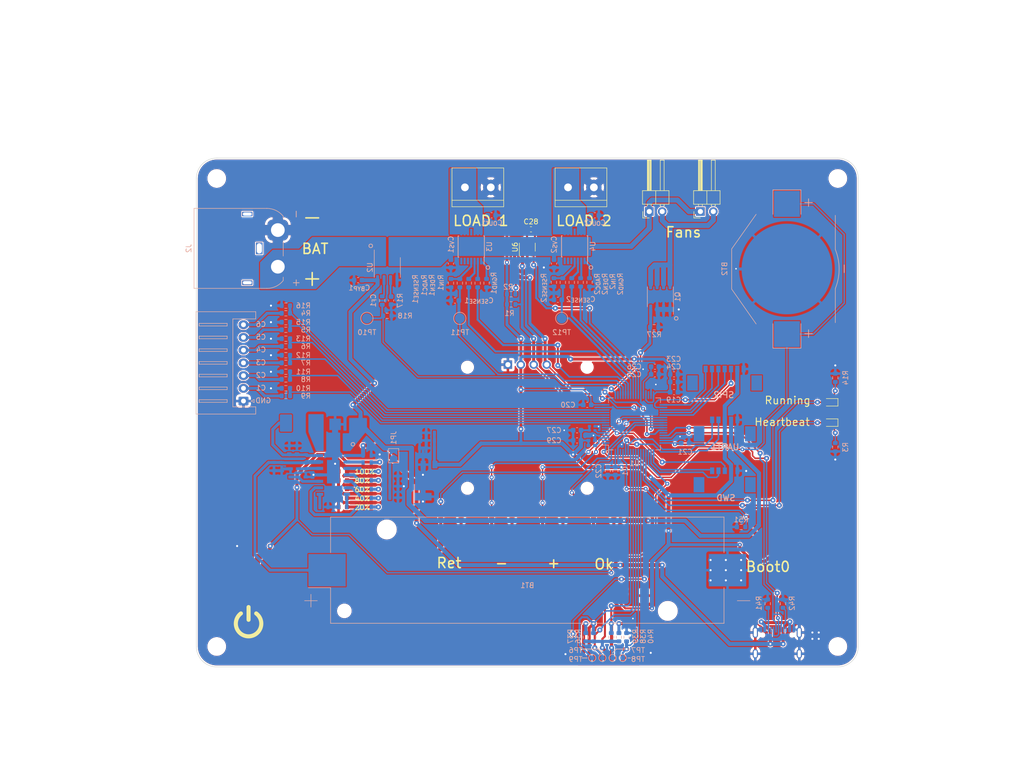
<source format=kicad_pcb>
(kicad_pcb (version 20221018) (generator pcbnew)
  (title_block (title "Battery tester") (date "2023-10-13") (rev "V1") (comment 4 "AISLER Project ID: SZLZXKNH"))
  (layers (0 "F.Cu" signal) (31 "B.Cu" signal) (34 "B.Paste" user) (35 "F.Paste" user) (36 "B.SilkS" user "B.Silkscreen") (37 "F.SilkS" user "F.Silkscreen") (38 "B.Mask" user) (39 "F.Mask" user) (44 "Edge.Cuts" user))
  (net 0 "")
  (net 1 "GND")
  (net 2 "+3.3V")
  (net 3 "USB_VBUS")
  (net 4 "/PowerSupply/CSIN")
  (net 5 "+5V")
  (net 6 "/PowerSupply/VCC")
  (net 7 "Net-(U1-VREF+)")
  (net 8 "Net-(U2-FILTER)")
  (net 9 "BTS1_SENSE")
  (net 10 "BTS2_SENSE")
  (net 11 "+24V")
  (net 12 "Net-(D1-K)")
  (net 13 "/LED_HB")
  (net 14 "Net-(D2-K)")
  (net 15 "/LED_RUN")
  (net 16 "Net-(IC1-KEY)")
  (net 17 "/PowerSupply/LED5")
  (net 18 "/PowerSupply/VSET")
  (net 19 "/PowerSupply/LED4")
  (net 20 "/PowerSupply/LED2")
  (net 21 "/PowerSupply/LED3")
  (net 22 "/PowerSupply/LED1")
  (net 23 "/PowerSupply/FSEL")
  (net 24 "/PowerSupply/FCAP")
  (net 25 "/PowerSupply/LX")
  (net 26 "Net-(J1-Pin_7)")
  (net 27 "Net-(J1-Pin_2)")
  (net 28 "Net-(J1-Pin_3)")
  (net 29 "Net-(J1-Pin_4)")
  (net 30 "Net-(J1-Pin_5)")
  (net 31 "Net-(J1-Pin_6)")
  (net 32 "/RX1")
  (net 33 "/TX1")
  (net 34 "/nRST")
  (net 35 "/SWDCLK")
  (net 36 "/SWDIO")
  (net 37 "/SD1do")
  (net 38 "/SD1ck")
  (net 39 "/SD1di")
  (net 40 "/SD1cs")
  (net 41 "Net-(J10-Pin_2)")
  (net 42 "Net-(J11-CC1)")
  (net 43 "USB_DP")
  (net 44 "USB_DM")
  (net 46 "Net-(J11-CC2)")
  (net 48 "/PowerSupply/LOAD")
  (net 49 "Net-(LED1-A)")
  (net 50 "Net-(LED2-A)")
  (net 51 "Net-(LED3-A)")
  (net 52 "Net-(LED4-A)")
  (net 53 "Net-(LED5-A)")
  (net 54 "/SCL2")
  (net 55 "/SDA2")
  (net 56 "/BP_OK")
  (net 57 "/BP_RET")
  (net 58 "/BP_NEXT")
  (net 59 "/BP_PREV")
  (net 60 "POWER_KEY")
  (net 61 "/BOOT0")
  (net 62 "/FAN")
  (net 63 "V_{C6}")
  (net 64 "V_{C5}")
  (net 65 "V_{C4}")
  (net 66 "V_{C3}")
  (net 67 "V_{C2}")
  (net 68 "V_{C1}")
  (net 69 "V_{ACS}")
  (net 70 "Net-(U2-VIOUT)")
  (net 71 "NFC_SS")
  (net 72 "NFC_CLK")
  (net 73 "NFC_MOSI")
  (net 74 "NFC_MISO")
  (net 75 "NFC_IRQ")
  (net 76 "Net-(U3-IS)")
  (net 77 "Net-(U4-IS)")
  (net 78 "BTS1_DEN")
  (net 79 "Net-(U3-DEN)")
  (net 80 "BTS2_DEN")
  (net 81 "Net-(U4-DEN)")
  (net 82 "Net-(U3-GND)")
  (net 83 "Net-(U4-GND)")
  (net 84 "BTS1_IN")
  (net 85 "Net-(U3-IN)")
  (net 86 "BTS2_IN")
  (net 87 "Net-(U4-IN)")
  (net 89 "/LSO")
  (net 94 "/TEMP")
  (net 106 "Net-(J13-DAT1)")
  (net 107 "Net-(J13-DAT2)")
  (net 108 "/SD_SW")
  (net 109 "/HSE")
  (net 110 "/OUT1")
  (net 111 "/OUT2")
  (net 112 "/PowerSupply/VBAT")
  (net 113 "+BATT")
  (net 114 "/24VBAT")
  (footprint "_MountingHole_GRZ:MountingHole_3.2mm_M3" (layer "F.Cu") (at 103 61)
    (fp_text reference "H1" hide)
    (fp_text value "MountingHole" hide)
  )
  (footprint "_Switches_GRZ:KSC3J" (layer "F.Cu") (at 109 139.1 90)
    (fp_text reference "PB7")
    (fp_text value "KSC3J")
  )
  (footprint "_Switches_GRZ:KSC3J" (layer "F.Cu") (at 169 130 -90)
    (fp_text reference "PB3")
    (fp_text value "KSC3J")
  )
  (footprint "Connector_PinHeader_2.54mm:PinHeader_1x02_P2.54mm_Horizontal" (layer "F.Cu") (at 187.96 67.5 90)
    (fp_text reference "J9" hide)
    (fp_text value "Conn_01x02_Pin")
  )
  (footprint "_Connectors_GRZ:MicroSD_503182-1852" (layer "F.Cu") (at 179.895 149.37 180)
    (fp_text reference "J13")
    (fp_text value "MicroSD_Connector_503182-1852")
  )
  (footprint "LED_SMD:LED_0603_1608Metric" (layer "F.Cu") (at 223.5375 109 180)
    (fp_text reference "D1" hide)
    (fp_text value "LED")
  )
  (footprint "_Switches_GRZ:KSC3J" (layer "F.Cu") (at 149 130 -90)
    (fp_text reference "PB2")
    (fp_text value "KSC3J")
  )
  (footprint "_Opto_GRZ:KP-1608SURC" (layer "F.Cu") (at 127.75 118.58)
    (fp_text reference "LED5")
    (fp_text value "KP-1608SURC")
  )
  (footprint "TerminalBlock:TerminalBlock_bornier-2_P5.08mm" (layer "F.Cu") (at 172 62.75)
    (fp_text reference "J4" hide)
    (fp_text value "Screw_Terminal_01x02")
  )
  (footprint "_MountingHole_GRZ:MountingHole_3.2mm_M3" (layer "F.Cu") (at 225 153)
    (fp_text reference "H3" hide)
    (fp_text value "MountingHole" hide)
  )
  (footprint "LED_SMD:LED_0603_1608Metric" (layer "F.Cu") (at 223.5375 105 180)
    (fp_text reference "D2" hide)
    (fp_text value "LED")
  )
  (footprint "_Modules_GRZ:OLED12864-I2C" (layer "F.Cu") (at 164 110)
    (fp_text reference "M1")
    (fp_text value "OLED12864-I2C")
  )
  (footprint "_MountingHole_GRZ:MountingHole_3.2mm_M3" (layer "F.Cu") (at 225 61)
    (fp_text reference "H2" hide)
    (fp_text value "MountingHole" hide)
  )
  (footprint "_Opto_GRZ:KP-1608SURC" (layer "F.Cu") (at 127.75 123.83)
    (fp_text reference "LED2")
    (fp_text value "KP-1608SURC")
  )
  (footprint "Connector_PinHeader_2.54mm:PinHeader_1x02_P2.54mm_Horizontal" (layer "F.Cu") (at 198 67.5 90)
    (fp_text reference "J10" hide)
    (fp_text value "Conn_01x02_Pin")
  )
  (footprint "_MountingHole_GRZ:MountingHole_3.2mm_M3" (layer "F.Cu") (at 103 153)
    (fp_text reference "H4" hide)
    (fp_text value "MountingHole" hide)
  )
  (footprint "_Switches_GRZ:KSC3J" (layer "F.Cu") (at 210.75 130.5 -90)
    (fp_text reference "PB6")
    (fp_text value "KSC3J")
  )
  (footprint "_Opto_GRZ:KP-1608SURC" (layer "F.Cu") (at 127.75 120.33)
    (fp_text reference "LED4")
    (fp_text value "KP-1608SURC")
  )
  (footprint "_Switches_GRZ:KSC3J" (layer "F.Cu") (at 159 130 -90)
    (fp_text reference "PB4")
    (fp_text value "KSC3J")
  )
  (footprint "_Opto_GRZ:KP-1608SURC" (layer "F.Cu") (at 127.75 125.58)
    (fp_text reference "LED1")
    (fp_text value "KP-1608SURC")
  )
  (footprint "_Switches_GRZ:KSC3J" (layer "F.Cu") (at 179 130 -90)
    (fp_text reference "PB1")
    (fp_text value "KSC3J")
  )
  (footprint "Capacitor_SMD:C_0603_1608Metric" (layer "F.Cu") (at 164.725 71 180)
    (fp_text reference "C28")
    (fp_text value "100nF")
  )
  (footprint "_Opto_GRZ:KP-1608SURC" (layer "F.Cu") (at 127.75 122.08)
    (fp_text reference "LED3")
    (fp_text value "KP-1608SURC")
  )
  (footprint "Package_TO_SOT_SMD:SOT-23-6" (layer "F.Cu") (at 164 74.5 90)
    (fp_text reference "U6")
    (fp_text value "TMP101")
  )
  (footprint "TerminalBlock:TerminalBlock_bornier-2_P5.08mm" (layer "F.Cu") (at 151.75 62.75)
    (fp_text reference "J3" hide)
    (fp_text value "Screw_Terminal_01x02")
  )
  (footprint "_Capacitors_GRZ:C_0603" (layer "B.Cu") (at 132.55 115.43)
    (fp_text reference "C2")
    (fp_text value "10µF")
  )
  (footprint "Resistor_SMD:R_0603_1608Metric" (layer "B.Cu") (at 116.575 100.5)
    (fp_text reference "R8")
    (fp_text value "R")
  )
  (footprint "_Resistors_GRZ:R_0603" (layer "B.Cu") (at 137.8 121.49)
    (fp_text reference "R20")
    (fp_text value "270Ω")
  )
  (footprint "_Misc_GRZ:Osc_ASAK" (layer "B.Cu") (at 176.646 113)
    (fp_text reference "X2")
    (fp_text value "ASAK")
  )
  (footprint "Capacitor_SMD:C_0603_1608Metric" (layer "B.Cu") (at 149 77.75 -90)
    (fp_text reference "C_{VS}1")
    (fp_text value "100nF")
  )
  (footprint "Capacitor_SMD:C_0603_1608Metric" (layer "B.Cu") (at 181.3 118.525 90)
    (fp_text reference "C1")
    (fp_text value "100nF")
  )
  (footprint "_Capacitors_GRZ:C_0603" (layer "B.Cu") (at 115.75 117.63 -90)
    (fp_text reference "C4")
    (fp_text value "10µF")
  )
  (footprint "_Capacitors_GRZ:C_0603" (layer "B.Cu") (at 144.95 111 180)
    (fp_text reference "C8")
    (fp_text value "10uF")
  )
  (footprint "Resistor_SMD:R_0603_1608Metric" (layer "B.Cu") (at 174.475 81.425 90)
    (fp_text reference "R_{IN}2")
    (fp_text value "4.7k")
  )
  (footprint "Capacitor_SMD:C_0603_1608Metric" (layer "B.Cu") (at 192.825 99.5 180)
    (fp_text reference "C23")
    (fp_text value "10nF")
  )
  (footprint "Resistor_SMD:R_0603_1608Metric" (layer "B.Cu") (at 116.575 99)
    (fp_text reference "R11")
    (fp_text value "R")
  )
  (footprint "_Connectors_GRZ:PicoBlade_53398-0571" (layer "B.Cu") (at 202.775 119.825 180)
    (fp_text reference "J7")
    (fp_text value "CON05")
  )
  (footprint "Resistor_SMD:R_0603_1608Metric" (layer "B.Cu") (at 214.22 144.575 90)
    (fp_text reference "R42")
    (fp_text value "5.1K")
  )
  (footprint "_Resistors_GRZ:R_0603" (layer "B.Cu") (at 124.05 125.58)
    (fp_text reference "R31")
    (fp_text value "82kΩ")
  )
  (footprint "Resistor_SMD:R_0603_1608Metric" (layer "B.Cu") (at 116.575 103.75)
    (fp_text reference "R9")
    (fp_text value "R")
  )
  (footprint "_Connectors_GRZ:USB-C_HRO_C-31-M-12" (layer "B.Cu") (at 213.11 154.43 180)
    (fp_text reference "J11")
    (fp_text value "USB-C_12pin")
  )
  (footprint "Battery:BatteryHolder_Keystone_1042_1x18650" (layer "B.Cu") (at 164 138)
    (fp_text reference "BT1")
    (fp_text value "Battery_18650")
  )
  (footprint "Package_SO:Infineon_PG-TSDSO-14-22" (layer "B.Cu") (at 152.99 74.39 90)
    (fp_text reference "U3")
    (fp_text value "BTS7004-1EPP")
  )
  (footprint "TestPoint:TestPoint_Pad_D1.0mm" (layer "B.Cu") (at 182.75 155.25)
    (fp_text reference "TP8")
    (fp_text value "TestPoint")
  )
  (footprint "_Capacitors_GRZ:C_0603" (layer "B.Cu") (at 144.95 112.5 180)
    (fp_text reference "C10")
    (fp_text value "10uF")
  )
  (footprint "Resistor_SMD:R_0603_1608Metric" (layer "B.Cu") (at 152.5 81.575 90)
    (fp_text reference "R_{DEN}1")
    (fp_text value "4.7k")
  )
  (footprint "_Resistors_GRZ:R_0603" (layer "B.Cu") (at 132.55 120.33 180)
    (fp_text reference "R22")
    (fp_text value "270Ω")
  )
  (footprint "Battery:BatteryHolder_Keystone_3002_1x2032" (layer "B.Cu") (at 215 78.8 90)
    (fp_text reference "BT2")
    (fp_text value "Battery_Cell")
  )
  (footprint "Capacitor_SMD:C_0603_1608Metric" (layer "B.Cu") (at 177.275 68.25)
    (fp_text reference "C_{OUT}2")
    (fp_text value "10nF")
  )
  (footprint "Resistor_SMD:R_0603_1608Metric" (layer "B.Cu") (at 180.5 151.175 90)
    (fp_text reference "R39")
    (fp_text value "40k")
  )
  (footprint "Resistor_SMD:R_0603_1608Metric" (layer "B.Cu") (at 150.75 81.575 90)
    (fp_text reference "R_{ADC}1")
    (fp_text value "4.7k")
  )
  (footprint "Jumper:SolderJumper-2_P1.3mm_Open_TrianglePad1.0x1.5mm" (layer "B.Cu") (at 137.75 115.5 90)
    (fp_text reference "JP1")
    (fp_text value "Jumper_2_Bridged")
  )
  (footprint "Resistor_SMD:R_0603_1608Metric" (layer "B.Cu") (at 116.575 95.75)
    (fp_text reference "R12")
    (fp_text value "R")
  )
  (footprint "Package_SO:Infineon_PG-TSDSO-14-22" (layer "B.Cu") (at 173.3 74.35 90)
    (fp_text reference "U4")
    (fp_text value "BTS7004-1EPP")
  )
  (footprint "Capacitor_SMD:C_0603_1608Metric" (layer "B.Cu") (at 170 84.85 180)
    (fp_text reference "C_{SENSE}2")
    (fp_text value "220p")
  )
  (footprint "_Capacitors_GRZ:C_0603" (layer "B.Cu") (at 118.75 114.33 90)
    (fp_text reference "C5")
    (fp_text value "100nF")
  )
  (footprint "Capacitor_SMD:C_0603_1608Metric" (layer "B.Cu") (at 179.8 118.525 90)
    (fp_text reference "C22")
    (fp_text value "4.7uF")
  )
  (footprint "_Capacitors_GRZ:C_0603" (layer "B.Cu") (at 144.95 114 180)
    (fp_text reference "C11")
    (fp_text value "10uF")
  )
  (footprint "_Capacitors_GRZ:C_0603" (layer "B.Cu") (at 142.05 114)
    (fp_text reference "C7")
    (fp_text value "470nF")
  )
  (footprint "_Capacitors_GRZ:EIA_6032-28" (layer "B.Cu") (at 128.75 109.33 180)
    (fp_text reference "C9")
    (fp_text value "100µF")
  )
  (footprint "Resistor_SMD:R_0603_1608Metric" (layer "B.Cu") (at 116.575 92.5)
    (fp_text reference "R13")
    (fp_text value "R")
  )
  (footprint "Resistor_SMD:R_0603_1608Metric" (layer "B.Cu") (at 211.22 144.575 90)
    (fp_text reference "R41")
    (fp_text value "5.1K")
  )
  (footprint "Package_SO:SOIC-8_3.9x4.9mm_P1.27mm" (layer "B.Cu") (at 190.135 84.275 90)
    (fp_text reference "Q1")
    (fp_text value "IRF8721PBF-1")
  )
  (footprint "_IC_Misc_GRZ:IP5506" (layer "B.Cu") (at 125.9 118.635 180)
    (fp_text reference "IC1")
    (fp_text value "IP5506")
  )
  (footprint "Resistor_SMD:R_0603_1608Metric" (layer "B.Cu") (at 176.225 81.425 90)
    (fp_text reference "R_{GND}2")
    (fp_text value "47")
  )
  (footprint "Resistor_SMD:R_0603_1608Metric" (layer "B.Cu") (at 116.575 90.75)
    (fp_text reference "R5")
    (fp_text value "R")
  )
  (footprint "Resistor_SMD:R_0603_1608Metric" (layer "B.Cu") (at 183.5 151.175 90)
    (fp_text reference "R40")
    (fp_text value "40k")
  )
  (footprint "Resistor_SMD:R_0603_1608Metric" (layer "B.Cu") (at 156 81.575 90)
    (fp_text reference "R_{GND}1")
    (fp_text value "47")
  )
  (footprint "TestPoint:TestPoint_Pad_D1.0mm" (layer "B.Cu") (at 180.75 155.25)
    (fp_text reference "TP7")
    (fp_text value "TestPoint")
  )
  (footprint "_Resistors_GRZ:R_0603" (layer "B.Cu") (at 137.8 123.75)
    (fp_text reference "R19")
    (fp_text value "270Ω")
  )
  (footprint "Resistor_SMD:R_0603_1608Metric" (layer "B.Cu") (at 160.825 83.75 180)
    (fp_text reference "R2")
    (fp_text value "4.7k")
  )
  (footprint "TestPoint:TestPoint_Pad_D1.0mm" (layer "B.Cu") (at 176.75 155.25)
    (fp_text reference "TP9")
    (fp_text value "TestPoint")
  )
  (footprint "Resistor_SMD:R_0603_1608Metric" (layer "B.Cu") (at 149 81.575 90)
    (fp_text reference "R_{SENSE}1")
    (fp_text value "1.2k")
  )
  (footprint "Capacitor_SMD:C_0603_1608Metric" (layer "B.Cu") (at 157 68.25)
    (fp_text reference "C_{OUT}1")
    (fp_text value "10nF")
  )
  (footprint "Resistor_SMD:R_0603_1608Metric" (layer "B.Cu") (at 116.575 89.25)
    (fp_text reference "R15")
    (fp_text value "R")
  )
  (footprint "Capacitor_SMD:C_0603_1608Metric" (layer "B.Cu") (at 192.825 103 180)
    (fp_text reference "C19")
    (fp_text value "100nF")
  )
  (footprint "TestPoint:TestPoint_Pad_D2.0mm" (layer "B.Cu") (at 132.5 88.5 90)
    (fp_text reference "TP10")
    (fp_text value "TestPoint")
  )
  (footprint "Resistor_SMD:R_0603_1608Metric" (layer "B.Cu") (at 224.5 100.175 90)
    (fp_text reference "R14")
    (fp_text value "390")
  )
  (footprint "Capacitor_SMD:C_0603_1608Metric" (layer "B.Cu") (at 189.075 98)
    (fp_text reference "C26")
    (fp_text value "100nF")
  )
  (footprint "Resistor_SMD:R_0603_1608Metric" (layer "B.Cu") (at 175.5 151.175 90)
    (fp_text reference "R37")
    (fp_text value "40k")
  )
  (footprint "Capacitor_SMD:C_0603_1608Metric" (layer "B.Cu") (at 137.25 85 -90)
    (fp_text reference "C_{F}1")
    (fp_text value "47nF")
  )
  (footprint "Resistor_SMD:R_0603_1608Metric" (layer "B.Cu") (at 116.575 97.25)
    (fp_text reference "R7")
    (fp_text value "R")
  )
  (footprint "Resistor_SMD:R_0603_1608Metric" (layer "B.Cu") (at 116.575 94)
    (fp_text reference "R6")
    (fp_text value "R")
  )
  (footprint "Resistor_SMD:R_0603_1608Metric" (layer "B.Cu") (at 182 151.175 90)
    (fp_text reference "R38")
    (fp_text value "40k")
  )
  (footprint "Resistor_SMD:R_0603_1608Metric" (layer "B.Cu") (at 188.925 90.25)
    (fp_text reference "R27")
    (fp_text value "40k")
  )
  (footprint "Resistor_SMD:R_0603_1608Metric" (layer "B.Cu") (at 177 151.175 90)
    (fp_text reference "R36")
    (fp_text value "40k")
  )
  (footprint "Resistor_SMD:R_0603_1608Metric" (layer "B.Cu") (at 116.575 86)
    (fp_text reference "R16")
    (fp_text value "R")
  )
  (footprint "Resistor_SMD:R_0603_1608Metric" (layer "B.Cu") (at 160.825 85.75 180)
    (fp_text reference "R1")
    (fp_text value "4.7k")
  )
  (footprint "TestPoint:TestPoint_Pad_D2.0mm" (layer "B.Cu") (at 150.75 88.5 90)
    (fp_text reference "TP11")
    (fp_text value "TestPoint")
  )
  (footprint "Capacitor_SMD:C_0603_1608Metric" (layer "B.Cu") (at 189.075 99.5)
    (fp_text reference "C25")
    (fp_text value "1uF")
  )
  (footprint "Resistor_SMD:R_0603_1608Metric" (layer "B.Cu") (at 116.575 87.5)
    (fp_text reference "R4")
    (fp_text value "R")
  )
  (footprint "_Resistors_GRZ:R_0603" (layer "B.Cu") (at 137.8 119.5)
    (fp_text reference "R26")
    (fp_text value "270Ω")
  )
  (footprint "_Resistors_GRZ:R_0603" (layer "B.Cu") (at 132.55 122.08 180)
    (fp_text reference "R23")
    (fp_text value "270Ω")
  )
  (footprint "_Connectors_GRZ:PicoBlade_53398-0771" (layer "B.Cu") (at 202.75 99.825 180)
    (fp_text reference "J12")
    (fp_text value "Conn_01x07_Pin")
  )
  (footprint "Capacitor_SMD:C_0603_1608Metric" (layer "B.Cu") (at 149.775 85 180)
    (fp_text reference "C_{SENSE}1")
    (fp_text value "220p")
  )
  (footprint "_Connectors_GRZ:PicoBlade_53398-0571" (layer "B.Cu") (at 202.775 109.825 180)
    (fp_text reference "J6")
    (fp_text value "CON05")
  )
  (footprint "Capacitor_SMD:C_0603_1608Metric" (layer "B.Cu") (at 130.75 81 180)
    (fp_text reference "C_{BYP}1")
    (fp_text value "100nF")
  )
  (footprint "Package_SO:SOIC-8_3.9x4.9mm_P1.27mm" (layer "B.Cu") (at 136.5 78.5 -90)
    (fp_text reference "U2")
    (fp_text value "ACS713xLCTR-30A")
  )
  (footprint "Resistor_SMD:R_0603_1608Metric" (layer "B.Cu") (at 169.225 81.425 90)
    (fp_text reference "R_{SENSE}2")
    (fp_text value "1.2k")
  )
  (footprint "Resistor_SMD:R_0603_1608Metric" (layer "B.Cu") (at 206 129.5 180)
    (fp_text reference "R51")
    (fp_text value "40k")
  )
  (footprint "_Misc_GRZ:Osc_ASCO" (layer "B.Cu") (at 176.75 110.1)
    (fp_text reference "X1")
    (fp_text value "ASCO")
  )
  (footprint "Connector_JST:JST_XH_S7B-XH-A_1x07_P2.50mm_Horizontal" (layer "B.Cu") (at 108.25 104.75 90)
    (fp_text reference "J1" hide)
    (fp_text value "Conn_BAL")
  )
  (footprint "Resistor_SMD:R_0603_1608Metric" (layer "B.Cu") (at 135.5 85 90)
    (fp_text reference "R17")
    (fp_text value "10k")
  )
  (footprint "_Resistors_GRZ:R_0603" (layer "B.Cu") (at 132.55 116.83)
    (fp_text reference "R30")
    (fp_text value "10kΩ")
  )
  (footprint "_Inductors_GRZ:IHLP2525CZ" (layer "B.Cu") (at 119.5 109.08)
    (fp_text reference "L1")
    (fp_text value "1µH")
  )
  (footprint "Resistor_SMD:R_0603_1608Metric" (layer "B.Cu") (at 116.575 102.25)
    (fp_text reference "R10")
    (fp_text value "R")
  )
  (footprint "TestPoint:TestPoint_Pad_D1.0mm" (layer "B.Cu") (at 178.75 155.25)
    (fp_text reference "TP6")
    (fp_text value "TestPoint")
  )
  (footprint "Package_QFP:LQFP-64_10x10mm_P0.5mm" (layer "B.Cu") (at 185.05 109.25)
    (fp_text reference "U1")
    (fp_text value "STM32G484RETx" hide)
  )
  (footprint "_Capacitors_GRZ:C_0603" (layer "B.Cu") (at 114.25 117.63 -90)
    (fp_text reference "C3")
    (fp_text value "100nF")
  )
  (footprint "Capacitor_SMD:C_0603_1608Metric" (layer "B.Cu") (at 175.775 105.5)
    (fp_text reference "C20")
    (fp_text value "100nF")
  )
  (footprint "Capacitor_SMD:C_0603_1608Metric" (layer "B.Cu") (at 192.825 101 180)
    (fp_text reference "C24")
    (fp_text value "1uF")
  )
  (footprint "_Capacitors_GRZ:C_0603" (layer "B.Cu") (at 120.5 118.88 -90)
    (fp_text reference "C12")
    (fp_text value "2.2µF")
  )
  (footprint "Capacitor_SMD:C_0603_1608Metric" (layer "B.Cu") (at 195 113 180)
    (fp_text reference "C21")
    (fp_text value "100nF")
  )
  (footprint "_Resistors_GRZ:R_0603" (layer "B.Cu") (at 127.75 125.58 180)
    (fp_text reference "R32")
    (fp_text value "15kΩ")
  )
  (footprint "_Resistors_GRZ:R_0603" (layer "B.Cu") (at 132.55 125.58 180)
    (fp_text reference "R25")
    (fp_text value "270Ω")
  )
  (footprint "Capacitor_SMD:C_0603_1608Metric" (layer "B.Cu") (at 173.775 110.5 180)
    (fp_text reference "C27")
    (fp_text value "100nF")
  )
  (footprint "_Resistors_GRZ:R_0603" (layer "B.Cu") (at 132.55 123.83 180)
    (fp_text reference "R24")
    (fp_text value "270Ω")
  )
  (footprint "_Resistors_GRZ:R_0603" (layer "B.Cu") (at 132.55 118.58 180)
    (fp_text reference "R21")
    (fp_text value "270Ω")
  )
  (footprint "Connector_AMASS:AMASS_XT60IPW-M_1x03_P7.20mm_Horizontal" (layer "B.Cu") (at 115 71.15 -90)
    (fp_text reference "J2")
    (fp_text value "Conn_BAT")
  )
  (footprint "Capacitor_SMD:C_0603_1608Metric" (layer "B.Cu") (at 169.25 77.75 -90)
    (fp_text reference "C_{VS}2")
    (fp_text value "100nF")
  )
  (footprint "Resistor_SMD:R_0603_1608Metric" (layer "B.Cu") (at 224.5 113.825 -90)
    (fp_text reference "R3")
    (fp_text value "390")
  )
  (footprint "_Resistors_GRZ:R_0603" (layer "B.Cu") (at 117.5 118.88 90)
    (fp_text reference "R34")
    (fp_text value "0Ω")
  )
  (footprint "_Resistors_GRZ:R_0603" (layer "B.Cu") (at 119 118.88 -90)
    (fp_text reference "R33")
    (fp_text value "DNP")
  )
  (footprint "_Capacitors_GRZ:C_0603" (layer "B.Cu") (at 117.25 114.33 90)
    (fp_text reference "C6")
    (fp_text value "10µF")
  )
  (footprint "Resistor_SMD:R_0603_1608Metric" (layer "B.Cu") (at 172.725 81.425 90)
    (fp_text reference "R_{DEN}2")
    (fp_text value "4.7k")
  )
  (footprint "_Regulators_GRZ:LM3940IMP" (layer "B.Cu") (at 143.55 120.4 -90)
    (fp_text reference "IC2")
    (fp_text value "LM3940IMP-3.3")
  )
  (footprint "TestPoint:TestPoint_Pad_D2.0mm" (layer "B.Cu") (at 170.75 88.5 90)
    (fp_text reference "TP12")
    (fp_text value "TestPoint")
  )
  (footprint "Capacitor_SMD:C_0603_1608Metric" (layer "B.Cu") (at 173.775 112.5 180)
    (fp_text reference "C29")
    (fp_text value "100nF")
  )
  (footprint "Resistor_SMD:R_0603_1608Metric" (layer "B.Cu") (at 154.25 81.575 90)
    (fp_text reference "R_{IN}1")
    (fp_text value "4.7k")
  )
  (footprint "Resistor_SMD:R_0603_1608Metric" (layer "B.Cu") (at 170.975 81.425 90)
    (fp_text reference "R_{ADC}2")
    (fp_text value "4.7k")
  )
  (footprint "_Resistors_GRZ:R_0603" (layer "B.Cu") (at 120.5 116.08 -90)
    (fp_text reference "R29")
    (fp_text value "10mΩ")
  )
  (footprint "Resistor_SMD:R_0603_1608Metric" (layer "B.Cu") (at 136.5 88 180)
    (fp_text reference "R18")
    (fp_text value "18k")
  )
  (gr_circle (center 179.75 114.75) (end 180 114.75) (stroke (width 0.15)) (fill none) (layer "B.SilkS"))
  (gr_line (start 175.75 155.25) (end 174.75 155.25) (stroke (width 0.15)) (layer "B.SilkS"))
  (gr_line (start 178 153.5) (end 178.75 154.25) (stroke (width 0.15)) (layer "B.SilkS"))
  (gr_line (start 218.5 91.5) (end 220 91.5) (stroke (width 0.15)) (layer "B.SilkS"))
  (gr_circle (center 176.5 78.5) (end 176.75 78.75) (stroke (width 0.15)) (fill none) (layer "B.SilkS"))
  (gr_line (start 219.25 90.75) (end 219.25 92.25) (stroke (width 0.15)) (layer "B.SilkS"))
  (gr_circle (center 156.25 78.5) (end 156.5 78.75) (stroke (width 0.15)) (fill none) (layer "B.SilkS"))
  (gr_circle (center 133.25 74.25) (end 133.5 74.5) (stroke (width 0.15)) (fill none) (layer "B.SilkS"))
  (gr_line (start 218.5 65.75) (end 220 65.75) (stroke (width 0.15)) (layer "B.SilkS"))
  (gr_line (start 226.25 78) (end 226.25 79.5) (stroke (width 0.15)) (layer "B.SilkS"))
  (gr_line (start 219.25 65) (end 219.25 66.5) (stroke (width 0.15)) (layer "B.SilkS"))
  (gr_circle (center 193.25 88.5) (end 193.5 88.75) (stroke (width 0.15)) (fill none) (layer "B.SilkS"))
  (gr_line (start 183.75 155.25) (end 184.25 155.25) (stroke (width 0.15)) (layer "B.SilkS"))
  (gr_line (start 184.25 153.5) (end 181.5 153.5) (stroke (width 0.15)) (layer "B.SilkS"))
  (gr_line (start 174.75 153.5) (end 178 153.5) (stroke (width 0.15)) (layer "B.SilkS"))
  (gr_circle (center 129.75 113.25) (end 130 113.5) (stroke (width 0.15)) (fill none) (layer "B.SilkS"))
  (gr_line (start 181.5 153.5) (end 180.75 154.25) (stroke (width 0.15)) (layer "B.SilkS"))
  (gr_line (start 120.5 68.75) (end 123 68.75) (stroke (width 0.3)) (layer "F.SilkS"))
  (gr_arc (start 110.75 146.5) (mid 109.25 150.999995) (end 107.75 146.5) (stroke (width 0.8)) (layer "F.SilkS"))
  (gr_line (start 121.75 79.5) (end 121.75 82) (stroke (width 0.3)) (layer "F.SilkS"))
  (gr_line (start 109.25 147.75) (end 109.25 145.25) (stroke (width 0.8)) (layer "F.SilkS"))
  (gr_line (start 120.5 80.75) (end 123 80.75) (stroke (width 0.3)) (layer "F.SilkS"))
  (gr_line (start 99 61) (end 99 153) (stroke (width 0.1)) (layer "Edge.Cuts"))
  (gr_arc (start 103 157) (mid 100.171573 155.828427) (end 99 153) (stroke (width 0.1)) (layer "Edge.Cuts"))
  (gr_line (start 229 153) (end 229 61) (stroke (width 0.1)) (layer "Edge.Cuts"))
  (gr_line (start 225 157) (end 103 157) (stroke (width 0.1)) (layer "Edge.Cuts"))
  (gr_line (start 225 57) (end 103 57) (stroke (width 0.1)) (layer "Edge.Cuts"))
  (gr_arc (start 225 57) (mid 227.828427 58.171573) (end 229 61) (stroke (width 0.1)) (layer "Edge.Cuts"))
  (gr_arc (start 99 61) (mid 100.171573 58.171573) (end 103 57) (stroke (width 0.1)) (layer "Edge.Cuts"))
  (gr_arc (start 229 153) (mid 227.828427 155.828427) (end 225 157) (stroke (width 0.1)) (layer "Edge.Cuts"))
  (gr_text "SPI2" (at 204.75 104.25) (layer "B.SilkS") (effects (font (size 1.2 1.2) (thickness 0.2) bold) (justify left bottom mirror)))
  (gr_text "C3" (at 112.75 97.75) (layer "B.SilkS") (effects (font (size 1 1)) (justify left bottom mirror)))
  (gr_text "C2" (at 112.75 100.25) (layer "B.SilkS") (effects (font (size 1 1)) (justify left bottom mirror)))
  (gr_text "SWD" (at 205 124.5) (layer "B.SilkS") (effects (font (size 1.2 1.2) (thickness 0.2) bold) (justify left bottom mirror)))
  (gr_text "C4" (at 112.75 95.25) (layer "B.SilkS") (effects (font (size 1 1)) (justify left bottom mirror)))
  (gr_text "C6" (at 112.75 90.25) (layer "B.SilkS") (effects (font (size 1 1)) (justify left bottom mirror)))
  (gr_text "C5" (at 112.75 92.75) (layer "B.SilkS") (effects (font (size 1 1)) (justify left bottom mirror)))
  (gr_text "UART1" (at 205.75 114.5) (layer "B.SilkS") (effects (font (size 1.2 1.2) (thickness 0.2) bold) (justify left bottom mirror)))
  (gr_text "C1" (at 112.75 102.75) (layer "B.SilkS") (effects (font (size 1 1)) (justify left bottom mirror)))
  (gr_text "GND" (at 113.75 105.25) (layer "B.SilkS") (effects (font (size 1 1)) (justify left bottom mirror)))
  (gr_text "LOAD 2" (at 169.5 70.5) (layer "F.SilkS") (effects (font (size 2 2) (thickness 0.3)) (justify left bottom)))
  (gr_text "-" (at 157.5 137.75) (layer "F.SilkS") (effects (font (size 2 2) (thickness 0.3)) (justify left bottom)))
  (gr_text "40%" (at 130 124.5) (layer "F.SilkS") (effects (font (size 1 1)) (justify left bottom)))
  (gr_text "Fans" (at 191 72.75) (layer "F.SilkS") (effects (font (size 2 2) (thickness 0.3)) (justify left bottom)))
  (gr_text "LOAD 1" (at 149.25 70.5) (layer "F.SilkS") (effects (font (size 2 2) (thickness 0.3)) (justify left bottom)))
  (gr_text "Heartbeat" (at 208.5 109.75) (layer "F.SilkS") (effects (font (size 1.5 1.5) (thickness 0.2)) (justify left bottom)))
  (gr_text "Ret" (at 146 137.75) (layer "F.SilkS") (effects (font (size 2 2) (thickness 0.3)) (justify left bottom)))
  (gr_text "BAT" (at 119.5 76) (layer "F.SilkS") (effects (font (size 2 2) (thickness 0.3)) (justify left bottom)))
  (gr_text "+" (at 167.75 137.75) (layer "F.SilkS") (effects (font (size 2 2) (thickness 0.3)) (justify left bottom)))
  (gr_text "60%" (at 130 122.75) (layer "F.SilkS") (effects (font (size 1 1)) (justify left bottom)))
  (gr_text "100%" (at 130 119.25) (layer "F.SilkS") (effects (font (size 1 1)) (justify left bottom)))
  (gr_text "20%" (at 130 126.25) (layer "F.SilkS") (effects (font (size 1 1)) (justify left bottom)))
  (gr_text "80%" (at 130 121) (layer "F.SilkS") (effects (font (size 1 1)) (justify left bottom)))
  (gr_text "Boot0" (at 206.75 138.5) (layer "F.SilkS") (effects (font (size 2 2) (thickness 0.3)) (justify left bottom)))
  (gr_text "Running" (at 210.5 105.5) (layer "F.SilkS") (effects (font (size 1.5 1.5) (thickness 0.2)) (justify left bottom)))
  (gr_text "Ok" (at 177 138) (layer "F.SilkS") (effects (font (size 2 2) (thickness 0.3)) (justify left bottom)))
  (segment (start 187.1 155.105) (end 185.805 156.4) (width 0.6) (layer "F.Cu") (net 1))
  (segment (start 177.255 155.23) (end 177.255 156.245) (width 0.6) (layer "F.Cu") (net 1))
  (segment (start 126.925 120.33) (end 126.925 118.58) (width 0.6) (layer "F.Cu") (net 1))
  (segment (start 126.925 118.58) (end 126.925 117.755) (width 0.6) (layer "F.Cu") (net 1))
  (segment (start 187.1 154.33) (end 188.17 154.33) (width 0.6) (layer "F.Cu") (net 1))
  (segment (start 188.17 154.33) (end 188.25 154.25) (width 0.6) (layer "F.Cu") (net 1))
  (segment (start 177.1 156.4) (end 174.105 156.4) (width 0.6) (layer "F.Cu") (net 1))
  (segment (start 126.925 117.755) (end 126.25 117.08) (width 0.6) (layer "F.Cu") (net 1))
  (segment (start 181 132.9) (end 181 127.1) (width 0.6) (layer "F.Cu") (net 1))
  (segment (start 171 132.9) (end 171 127.1) (width 0.6) (layer "F.Cu") (net 1))
  (segment (start 172.71 155.005) (end 172.71 154.48) (width 0.6) (layer "F.Cu") (net 1))
  (segment (start 163.95 71) (end 163.95 73.3125) (width 0.4) (layer "F.Cu") (net 1))
  (segment (start 126.925 122.08) (end 126.925 120.33) (width 0.6) (layer "F.Cu") (net 1))
  (segment (start 174.105 156.4) (end 172.71 155.005) (width 0.6) (layer "F.Cu") (net 1))
  (segment (start 171.52 154.48) (end 171.5 154.5) (width 0.6) (layer "F.Cu") (net 1))
  (segment (start 164 75.6375) (end 164 73.3625) (width 0.4) (layer "F.Cu") (net 1))
  (segment (start 161 127.1) (end 161 132.9) (width 0.6) (layer "F.Cu") (net 1))
  (segment (start 126.925 125.58) (end 126.925 123.83) (width 0.6) (layer "F.Cu") (net 1))
  (segment (start 107 136.2) (end 107 133.25) (width 0.6) (layer "F.Cu") (net 1))
  (segment (start 177.255 156.245) (end 177.1 156.4) (width 0.6) (layer "F.Cu") (net 1))
  (segment (start 187.1 154.33) (end 187.1 155.105) (width 0.6) (layer "F.Cu") (net 1))
  (segment (start 126.925 123.83) (end 126.925 122.08) (width 0.6) (layer "F.Cu") (net 1))
  (segment (start 107 136.2) (end 107 142) (width 0.6) (layer "F.Cu") (net 1))
  (segment (start 172.71 154.48) (end 171.52 154.48) (width 0.6) (layer "F.Cu") (net 1))
  (segment (start 185.805 156.4) (end 177.1 156.4) (width 0.6) (layer "F.Cu") (net 1))
  (segment (start 163.95 73.3125) (end 164 73.3625) (width 0.4) (layer "F.Cu") (net 1))
  (segment (start 151 127.1) (end 151 132.9) (width 0.6) (layer "F.Cu") (net 1))
  (via (at 178 109.75) (size 0.7) (drill 0.3) (layers "F.Cu" "B.Cu") (net 1))
  (via (at 220 151.5) (size 1) (drill 0.4) (layers "F.Cu" "B.Cu") (net 1))
  (via (at 206 136) (size 1) (drill 0.4) (layers "F.Cu" "B.Cu") (net 1))
  (via (at 113.65 99) (size 1) (drill 0.4) (layers "F.Cu" "B.Cu") (net 1))
  (via (at 171.25 110.5) (size 0.8) (drill 0.3) (layers "F.Cu" "B.Cu") (net 1))
  (via (at 193.75 86.75) (size 1) (drill 0.4) (layers "F.Cu" "B.Cu") (net 1))
  (via (at 200 140) (size 1) (drill 0.4) (layers "F.Cu" "B.Cu") (net 1))
  (via (at 188.25 154.25) (size 0.8) (drill 0.4) (layers "F.Cu" "B.Cu") (net 1))
  (via (at 126.25 117.08) (size 1) (drill 0.4) (layers "F.Cu" "B.Cu") (net 1))
  (via (at 207 118.5) (size 1) (drill 0.4) (layers "F.Cu" "B.Cu") (net 1))
  (via (at 200 136) (size 1) (drill 0.4) (layers "F.Cu" "B.Cu") (net 1))
  (via (at 113.65 89.25) (size 1) (drill 0.4) (layers "F.Cu" "B.Cu") (net 1))
  (via (at 203 138) (size 1) (drill 0.4) (layers "F.Cu" "B.Cu") (net 1))
  (via (at 220 150.25) (size 1) (drill 0.4) (layers "F.Cu" "B.Cu") (net 1))
  (via (at 186.75 98.5) (size 0.8) (drill 0.3) (layers "F.Cu" "B.Cu") (net 1))
  (via (at 143.5 119.25) (size 1) (drill 0.4) (layers "F.Cu" "B.Cu") (net 1))
  (via (at 194 111.75) (size 0.8) (drill 0.3) (layers "F.Cu" "B.Cu") (net 1))
  (via (at 221.25 151.5) (size 1) (drill 0.4) (layers "F.Cu" "B.Cu") (net 1))
  (via (at 182.529977 113.279977) (size 0.8) (drill 0.3) (layers "F.Cu" "B.Cu") (net 1))
  (via (at 206 140) (size 1) (drill 0.4) (layers "F.Cu" "B.Cu") (net 1))
  (via (at 139.75 121.5) (size 1) (drill 0.4) (layers "F.Cu" "B.Cu") (net 1))
  (via (at 177 111.5) (size 0.8) (drill 0.3) (layers "F.Cu" "B.Cu") (net 1))
  (via (at 205 78.75) (size 0.8) (drill 0.3) (layers "F.Cu" "B.Cu") (net 1))
  (via (at 221.25 150.25) (size 1) (drill 0.4) (layers "F.Cu" "B.Cu") (net 1))
  (via (at 184.75 147.5) (size 0.8) (drill 0.3) (layers "F.Cu" "B.Cu") (net 1))
  (via (at 113.65 86) (size 1) (drill 0.4) (layers "F.Cu" "B.Cu") (net 1))
  (via (at 203 140) (size 1) (drill 0.4) (layers "F.Cu" "B.Cu") (net 1))
  (via (at 189.25 101.5) (size 0.8) (drill 0.3) (layers "F.Cu" "B.Cu") (net 1))
  (via (at 224.5 97.75) (size 1) (drill 0.4) (layers "F.Cu" "B.Cu") (net 1))
  (via (at 167.25 78.5) (size 1) (drill 0.4) (layers "F.Cu" "B.Cu") (net 1))
  (via (at 113.65 102.25) (size 1) (drill 0.4) (layers "F.Cu" "B.Cu") (net 1))
  (via (at 122 119.25) (size 1) (drill 0.4) (layers "F.Cu" "B.Cu") (net 1))
  (via (at 107 133.25) (size 1) (drill 0.4) (layers "F.Cu" "B.Cu") (net 1))
  (via (at 203 136) (size 1) (drill 0.4) (layers "F.Cu" "B.Cu") (net 1))
  (via (at 143.5 124.5) (size 1) (drill 0.4) (layers "F.Cu" "B.Cu") (net 1))
  (via (at 135 115.25) (size 1) (drill 0.4) (layers "F.Cu" "B.Cu") (net 1))
  (via (at 206 138) (size 1) (drill 0.4) (layers "F.Cu" "B.Cu") (net 1))
  (via (at 113.65 95.75) (size 1) (drill 0.4) (layers "F.Cu" "B.Cu") (net 1))
  (via (at 200 138) (size 1) (drill 0.4) (layers "F.Cu" "B.Cu") (net 1))
  (via (at 224.5 116.25) (size 1) (drill 0.4) (layers "F.Cu" "B.Cu") (net 1))
  (via (at 171.5 154.5) (size 0.8) (drill 0.4) (layers "F.Cu" "B.Cu") (net 1))
  (via (at 113.65 92.5) (size 1) (drill 0.4) (layers "F.Cu" "B.Cu") (net 1))
  (segment (start 116.1 118.08) (end 115.75 118.43) (width 0.6) (layer "B.Cu") (net 1))
  (segment (start 126 125.58) (end 125.9 125.48) (width 0.6) (layer "B.Cu") (net 1))
  (segment (start 193.6 103) (end 193.6 101) (width 0.3) (layer "B.Cu") (net 1))
  (segment (start 169.225 84.85) (end 169.225 82.25) (width 0.4) (layer "B.Cu") (net 1))
  (segment (start 123.25 119.27) (end 125.265 119.27) (width 0.6) (layer "B.Cu") (net 1))
  (segment (start 217.43 146.96) (end 217.43 150.25) (width 0.6) (layer "B.Cu") (net 1))
  (segment (start 123.25 119.27) (end 122.02 119.27) (width 0.6) (layer "B.Cu") (net 1))
  (segment (start 192.04 86.75) (end 193.75 86.75) (width 1) (layer "B.Cu") (net 1))
  (segment (start 143.55 114.05) (end 143.5 114) (width 0.6) (layer "B.Cu") (net 1))
  (segment (start 115.75 89.25) (end 113.65 89.25) (width 0.6) (layer "B.Cu") (net 1))
  (segment (start 138.6 119.5) (end 138.6 121.49) (width 0.6) (layer "B.Cu") (net 1))
  (segment (start 189.85 98) (end 189.85 99.5) (width 0.3) (layer "B.Cu") (net 1))
  (segment (start 126.25 109.33) (end 126.25 117.08) (width 1.2) (layer "B.Cu") (net 1))
  (segment (start 189.85 99.5) (end 189.85 100.9) (width 0.3) (layer "B.Cu") (net 1))
  (segment (start 121.57 119.68) (end 122 119.25) (width 0.4) (layer "B.Cu") (net 1))
  (segment (start 209.86 149.655) (end 209.385 149.655) (width 0.6) (layer "B.Cu") (net 1))
  (segment (start 144.15 111) (end 144.15 112.5) (width 0.6) (layer "B.Cu") (net 1))
  (segment (start 143.55 119.2) (end 143.55 117.25) (width 1) (layer "B.Cu") (net 1))
  (segment (start 224.5 114.65) (end 224.5 116.25) (width 0.3) (layer "B.Cu") (net 1))
  (segment (start 126 125.58) (end 126.95 125.58) (width 0.6) (layer "B.Cu") (net 1))
  (segment (start 143.55 117.25) (end 143.55 114.05) (width 0.6) (layer "B.Cu") (net 1))
  (segment (start 177.95 109.7) (end 178 109.75) (width 0.3) (layer "B.Cu") (net 1))
  (segment (start 143.5 114) (end 144.15 114) (width 0.6) (layer "B.Cu") (net 1))
  (segment (start 216.36 149.655) (end 216.835 149.655) (width 0.4) (layer "B.Cu") (net 1))
  (segment (start 177.3 109.7) (end 177.95 109.7) (width 0.3) (layer "B.Cu") (net 1))
  (segment (start 124.85 125.58) (end 126 125.58) (width 0.6) (layer "B.Cu") (net 1))
  (segment (start 115.75 86) (end 113.65 86) (width 0.6) (layer "B.Cu") (net 1))
  (segment (start 143.5 124.5) (end 143.55 119.3) (width 1) (layer "B.Cu") (net 1))
  (segment (start 117.5 118.08) (end 116.1 118.08) (width 0.6) (layer "B.Cu") (net 1))
  (segment (start 120.5 119.68) (end 121.57 119.68) (width 0.4) (layer "B.Cu") (net 1))
  (segment (start 115.75 102.25) (end 113.65 102.25) (width 0.6) (layer "B.Cu") (net 1))
  (segment (start 142.85 114) (end 143.5 114) (width 0.6) (layer "B.Cu") (net 1))
  (segment (start 208.79 146.18) (end 208.79 150.25) (width 0.6) (layer "B.Cu") (net 1))
  (segment (start 138.61 121.5) (end 138.6 121.49) (width 0.4) (layer "B.Cu") (net 1))
  (segment (start 188.3 103.575) (end 188.3 102.45) (width 0.3) (layer "B.Cu") (net 1))
  (segment (start 133.35 115.43) (end 134.82 115.43) (width 0.6) (layer "B.Cu") (net 1))
  (segment (start 125.9 117.43) (end 126.25 117.08) (width 0.6) (layer "B.Cu") (net 1))
  (segment (start 189.75 87) (end 189.5 86.75) (width 0.6) (layer "B.Cu") (net 1))
  (segment (start 209.385 149.655) (end 208.79 150.25) (width 0.6) (layer "B.Cu") (net 1))
  (segment (start 143.55 119.3) (end 143.5 119.25) (width 1) (layer "B.Cu") (net 1))
  (segment (start 177.296 112.5) (end 177.296 112.496) (width 0.3) (layer "B.Cu") (net 1))
  (segment (start 125.265 119.27) (end 125.9 118.635) (width 0.6) (layer "B.Cu") (net 1))
  (segment (start 125.9 125.48) (end 125.9 118.635) (width 0.6) (layer "B.Cu") (net 1))
  (segment (start 189.5 86.75) (end 190.77 86.75) (width 1) (layer "B.Cu") (net 1))
  (segment (start 211.22 143.75) (end 208.79 146.18) (width 0.6) (layer "B.Cu") (net 1))
  (segment (start 190.77 86.75) (end 192.04 86.75) (width 1) (layer "B.Cu") (net 1))
  (segment (start 215 78.8) (end 205.05 78.8) (width 0.6) (layer "B.Cu") (net 1))
  (segment (start 190.725 112.5) (end 193.25 112.5) (width 0.3) (layer "B.Cu") (net 1))
  (segment (start 143.5 119.25) (end 143.55 119.2) (width 1) (layer "B.Cu") (net 1))
  (segment (start 193.25 112.5) (end 194 111.75) (width 0.3) (layer "B.Cu") (net 1))
  (segment (start 143.55 123.55) (end 143.5 124.5) (width 1) (layer "B.Cu") (net 1))
  (segment (start 216.835 149.655) (end 217.43 150.25) (width 0.4) (layer "B.Cu") (net 1))
  (segment (start 224.5 99.35) (end 224.5 97.75) (width 0.3) (layer "B.Cu") (net 1))
  (segment (start 122.02 119.27) (end 122 119.25) (width 0.6) (layer "B.Cu") (net 1))
  (segment (start 193.6 101) (end 193.6 99.5) (width 0.3) (layer "B.Cu") (net 1))
  (segment (start 188.3 102.45) (end 189.25 101.5) (width 0.3) (layer "B.Cu") (net 1))
  (segment (start 114.25 118.43) (end 115.75 118.43) (width 0.6) (layer "B.Cu") (net 1))
  (segment (start 205.05 78.8) (end 205 78.75) (width 0.6) (layer "B.Cu") (net 1))
  (segment (start 138.6 121.49) (end 138.6 123.75) (width 0.6) (layer "B.Cu") (net 1))
  (segment (start 183.5 148.75) (end 184.75 147.5) (width 0.4) (layer "B.Cu") (net 1))
  (segment (start 181.8 114.925) (end 181.8 114.009954) (width 0.3) (layer "B.Cu") (net 1))
  (segment (start 206.95 118.45) (end 207 118.5) (width 0.3) (layer "B.Cu") (net 1))
  (segment (start 115.75 95.75) (end 113.65 95.75) (width 0.6) (layer "B.Cu") (net 1))
  (segment (start 189.85 100.9) (end 189.25 101.5) (width 0.3) (layer "B.Cu") (net 1))
  (segment (start 214.22 143.75) (end 217.43 146.96) (width 0.6) (layer "B.Cu") (net 1))
  (segment (start 139.75 121.5) (end 138.61 121.5) (width 0.4) (layer "B.Cu") (net 1))
  (segment (start 144.15 112.5) (end 144.15 114) (width 0.6) (layer "B.Cu") (net 1))
  (segment (start 181.8 114.009954) (end 182.529977 113.279977) (width 0.3) (layer "B.Cu") (net 1))
  (segment (start 115.75 99) (end 113.65 99) (width 0.6) (layer "B.Cu") (net 1))
  (segment (start 189.75 90.25) (end 189.75 87) (width 0.6) (layer "B.Cu") (net 1))
  (segment (start 181.3 119.3) (end 179.8 119.3) (width 0.4) (layer "B.Cu") (net 1))
  (segment (start 125.9 118.635) (end 125.9 117.43) (width 0.6) (layer "B.Cu") (net 1))
  (segment (start 183.5 150.35) (end 183.5 148.75) (width 0.4) (layer "B.Cu") (net 1))
  (segment (start 205.275 118.45) (end 206.95 118.45) (width 0.3) (layer "B.Cu") (net 1))
  (segment (start 134.82 115.43) (end 135 115.25) (width 0.6) (layer "B.Cu") (net 1))
  (segment (start 115.75 92.5) (end 113.65 92.5) (width 0.6) (layer "B.Cu") (net 1))
  (segment (start 165.5 72.8125) (end 164.95 73.3625) (width 0.4) (layer "F.Cu") (net 2))
  (segment (start 191.75 123.25) (end 191.75 130.25) (width 0.8) (layer "F.Cu") (net 2))
  (segment (start 193 113.25) (end 202.5 113.25) (width 0.3) (layer "F.Cu") (net 2))
  (segment (start 179.455 155.23) (end 179.455 153.955) (width 0.6) (layer "F.Cu") (net 2))
  (segment (start 212.75 134.25) (end 210.75 136.25) (width 0.6) (layer "F.Cu") (net 2))
  (segment (start 162.73 102.48) (end 162.75 102.5) (width 0.6) (layer "F.Cu") (net 2))
  (segment (start 179.25 144.5) (end 180 143.75) (width 0.4) (layer "F.Cu") (net 2))
  (segment (start 175.5 117.75) (end 173 115.25) (width 0.8) (layer "F.Cu") (net 2))
  (segment (start 178.75 153.25) (end 178.75 151.5) (width 0.4) (layer "F.Cu") (net 2))
  (segment (start 181.5 143.75) (end 182.25 144.5) (width 0.4) (layer "F.Cu") (net 2))
  (segment (start 212.75 133.4) (end 212.75 127.6) (width 0.6) (layer "F.Cu") (net 2))
  (segment (start 179.455 153.955) (end 178.75 153.25) (width 0.6) (layer "F.Cu") (net 2))
  (segment (start 165.5 69.75) (end 165.5 71) (width 0.6) (layer "F.Cu") (net 2))
  (segment (start 179.25 144.75) (end 179.25 144.5) (width 0.4) (layer "F.Cu") (net 2))
  (segment (start 162.75 97.58) (end 162.73 97.6) (width 0.6) (layer "F.Cu") (net 2))
  (segment (start 207 135) (end 205.75 133.75) (width 0.6) (layer "F.Cu") (net 2))
  (segment (start 183.25 145.5) (end 188.5 145.5) (width 0.4) (layer "F.Cu") (net 2))
  (segment (start 205.75 133.75) (end 205.75 133) (width 0.6) (layer "F.Cu") (net 2))
  (segment (start 202.5 113.25) (end 202.75 113.5) (width 0.3) (layer "F.Cu") (net 2))
  (segment (start 160 70.75) (end 161.75 69) (width 0.6) (layer "F.Cu") (net 2))
  (segment (start 212.75 133.4) (end 212.75 134.25) (width 0.6) (layer "F.Cu") (net 2))
  (segment (start 162.75 110.25) (end 162.75 102.5) (width 0.6) (layer "F.Cu") (net 2))
  (segment (start 185 96.5) (end 172.5 96.5) (width 0.6) (layer "F.Cu") (net 2))
  (segment (start 182.5 117.75) (end 186.25 117.75) (width 0.8) (layer "F.Cu") (net 2))
  (segment (start 182.5 117.75) (end 175.5 117.75) (width 0.8) (layer "F.Cu") (net 2))
  (segment (start 180 143.75) (end 181 143.75) (width 0.4) (layer "F.Cu") (net 2))
  (segment (start 161.75 69) (end 164.75 69) (width 0.6) (layer "F.Cu") (net 2))
  (segment (start 186.25 117.75) (end 188.25 119.75) (width 0.8) (layer "F.Cu") (net 2))
  (segment (start 179.25 151) (end 179.25 144.75) (width 0.4) (layer "F.Cu") (net 2))
  (segment (start 164.75 69) (end 165.5 69.75) (width 0.6) (layer "F.Cu") (net 2))
  (segment (start 160 77.5) (end 160 70.75) (width 0.6) (layer "F.Cu") (net 2))
  (segment (start 178.75 151.5) (end 179.25 151) (width 0.4) (layer "F.Cu") (net 2))
  (segment (start 162.73 97.6) (end 162.73 102.48) (width 0.6) (layer "F.Cu") (net 2))
  (segment (start 165.5 71) (end 165.5 72.8125) (width 0.4) (layer "F.Cu") (net 2))
  (segment (start 182.25 144.5) (end 183.25 145.5) (width 0.4) (layer "F.Cu") (net 2))
  (segment (start 181 143.75) (end 181.5 143.75) (width 0.4) (layer "F.Cu") (net 2))
  (segment (start 162.75 92.5) (end 162.75 97.58) (width 0.6) (layer "F.Cu") (net 2))
  (segment (start 208.25 136.25) (end 207 135) (width 0.6) (layer "F.Cu") (net 2))
  (segment (start 210.75 136.25) (end 208.25 136.25) (width 0.6) (layer "F.Cu") (net 2))
  (via (at 172.5 96.5) (size 1) (drill 0.4) (layers "F.Cu" "B.Cu") (net 2))
  (via (at 182.5 117.75) (size 1) (drill 0.4) (layers "F.Cu" "B.Cu") (net 2))
  (via (at 202.75 113.5) (size 0.8) (drill 0.3) (layers "F.Cu" "B.Cu") (net 2))
  (via (at 193 113.25) (size 0.8) (drill 0.3) (layers "F.Cu" "B.Cu") (net 2))
  (via (at 188.25 119.75) (size 0.8) (drill 0.3) (layers "F.Cu" "B.Cu") (net 2))
  (via (at 191.75 123.25) (size 0.8) (drill 0.3) (layers "F.Cu" "B.Cu") (net 2))
  (via (at 191.75 130.25) (size 0.8) (drill 0.3) (layers "F.Cu" "B.Cu") (net 2))
  (via (at 185 96.5) (size 1) (drill 0.4) (layers "F.Cu" "B.Cu") (net 2))
  (via (at 188.5 145.5) (size 0.8) (drill 0.3) (layers "F.Cu" "B.Cu") (net 2))
  (via (at 162.75 110.25) (size 1) (drill 0.4) (layers "F.Cu" "B.Cu") (net 2))
  (via (at 205.75 133) (size 0.8) (drill 0.3) (layers "F.Cu" "B.Cu") (net 2))
  (via (at 173 115.25) (size 1) (drill 0.4) (layers "F.Cu" "B.Cu") (net 2))
  (via (at 160 77.5) (size 0.8) (drill 0.4) (layers "F.Cu" "B.Cu") (net 2))
  (via (at 162.75 92.5) (size 1) (drill 0.4) (layers "F.Cu" "B.Cu") (net 2))
  (via (at 178.75 153.25) (size 1) (drill 0.4) (layers "F.Cu" "B.Cu") (net 2))
  (via (at 162.75 102.5) (size 1) (drill 0.4) (layers "F.Cu" "B.Cu") (net 2))
  (segment (start 202.8 108.45) (end 202.8 116.05) (width 0.8) (layer "B.Cu") (net 2))
  (segment (start 173 115.25) (end 174.55 113.7) (width 0.8) (layer "B.Cu") (net 2))
  (segment (start 204.025 118.45) (end 204.025 120.475) (width 0.8) (layer "B.Cu") (net 2))
  (segment (start 170.841726 113.091726) (end 173 115.25) (width 0.8) (layer "B.Cu") (net 2))
  (segment (start 191.75 130.25) (end 191.75 133) (width 0.8) (layer "B.Cu") (net 2))
  (segment (start 181.3 117.75) (end 181.3 114.925) (width 0.3) (layer "B.Cu") (net 2))
  (segment (start 194.225 113) (end 193.25 113) (width 0.3) (layer "B.Cu") (net 2))
  (segment (start 162.75 102.5) (end 175 102.5) (width 0.3) (layer "B.Cu") (net 2))
  (segment (start 179.375 105.5) (end 176.55 105.5) (width 0.3) (layer "B.Cu") (net 2))
  (segment (start 154.908274 113.091726) (end 162.75 113.091726) (width 0.8) (layer "B.Cu") (net 2))
  (segment (start 192.05 101) (end 192.05 103) (width 0.4) (layer "B.Cu") (net 2))
  (segment (start 188.8 103.575) (end 188.8 104.792893) (width 0.3) (layer "B.Cu") (net 2))
  (segment (start 172.5 96.5) (end 172 96) (width 0.6) (layer "B.Cu") (net 2))
  (segment (start 162.75 113.091726) (end 162.75 110.25) (width 0.6) (layer "B.Cu") (net 2))
  (segment (start 150.75 117.25) (end 154.908274 113.091726) (width 0.8) (layer "B.Cu") (net 2))
  (segment (start 182.5 117.75) (end 181.3 117.75) (width 0.4) (layer "B.Cu") (net 2))
  (segment (start 187.3 103.575) (end 187.3 102.698959) (width 0.3) (layer "B.Cu") (net 2))
  (segment (start 190.725 113) (end 192.75 113) (width 0.3) (layer "B.Cu") (net 2))
  (segment (start 202.8 105.7) (end 205.25 103.25) (width 0.8) (layer "B.Cu") (net 2))
  (segment (start 189.375 103) (end 192.05 103) (width 0.3) (layer "B.Cu") (net 2))
  (segment (start 188.8 104.792893) (end 188.592893 105) (width 0.3) (layer "B.Cu") (net 2))
  (segment (start 175.996 112.5) (end 174.55 112.5) (width 0.4) (layer "B.Cu") (net 2))
  (segment (start 178.75 152) (end 180.5 152) (width 0.6) (layer "B.Cu") (net 2))
  (segment (start 145.75 114) (end 145.75 112.5) (width 0.6) (layer "B.Cu") (net 2))
  (segment (start 202.8 116.05) (end 204.025 117.275) (width 0.8) (layer "B.Cu") (net 2))
  (segment (start 174.55 113.7) (end 174.55 112.5) (width 0.8) (layer "B.Cu") (net 2))
  (segment (start 192.05 97.75) (end 192.05 99.5) (width 0.6) (layer "B.Cu") (net 2))
  (segment (start 176.2 110.5) (end 174.55 110.5) (width 0.4) (layer "B.Cu") (net 2))
  (segment (start 192.05 97.75) (end 190.8 96.5) (width 0.6) (layer "B.Cu") (net 2))
  (segment (start 174.55 112.5) (end 174.55 110.5) (width 0.4) (layer "B.Cu") (net 2))
  (segment (start 205.75 133) (end 191.75 133) (width 0.6) (layer "B.Cu") (net 2))
  (segment (start 192.75 113) (end 193 113.25) (width 0.3) (layer "B.Cu") (net 2))
  (segment (start 204.025 117.275) (end 204.025 118.45) (width 0.8) (layer "B.Cu") (net 2))
  (segment (start 193.25 113) (end 193 113.25) (width 0.3) (layer "B.Cu") (net 2))
  (segment (start 190.8 96.5) (end 185 96.5) (width 0.6) (layer "B.Cu") (net 2))
  (segment (start 178.75 153.25) (end 178.75 152) (width 0.6) (layer "B.Cu") (net 2))
  (segment (start 175 102.5) (end 176.5 104) (width 0.3) (layer "B.Cu") (net 2))
  (segment (start 188.592893 105) (end 187.75 105) (width 0.3) (layer "B.Cu") (net 2))
  (segment (start 172 96) (end 163 96) (width 0.6) (layer "B.Cu") (net 2))
  (segment (start 175.5 152) (end 177 152) (width 0.6) (layer "B.Cu") (net 2))
  (segment (start 191.8 123.3) (end 191.75 123.25) (width 0.8) (layer "B.Cu") (net 2))
  (segment (start 191.75 133) (end 188.5 136.25) (width 0.8) (layer "B.Cu") (net 2))
  (segment (start 181.3 117.75) (end 179.8 117.75) (width 0.4) (layer "B.Cu") (net 2))
  (segment (start 180.5 152) (end 182 152) (width 0.6) (layer "B.Cu") (net 2))
  (segment (start 202.8 108.45) (end 202.8 105.7) (width 0.8) (layer "B.Cu") (net 2))
  (segment (start 162.75 96.25) (end 162.75 96.5) (width 0.6) (layer "B.Cu") (net 2))
  (segment (start 175.996 112.5) (end 175.996 113.5) (width 0.4) (layer "B.Cu") (net 2))
  (segment (start 187.3 104.55) (end 187.3 103.575) (width 0.3) (layer "B.Cu") (net 2))
  (segment (start 187.75 105) (end 187.3 104.55) (width 0.3) (layer "B.Cu") (net 2))
  (segment (start 188.5 136.25) (end 188.5 145.5) (width 0.8) (layer "B.Cu") (net 2))
  (segment (start 201.2 123.3) (end 191.8 123.3) (width 0.8) (layer "B.Cu") (net 2))
  (segment (start 188.25 119.75) (end 191.75 123.25) (width 0.8) (layer "B.Cu") (net 2))
  (segment (start 176.5 105.45) (end 176.55 105.5) (width 0.3) (layer "B.Cu") (net 2))
  (segment (start 205.25 103.25) (end 205.25 98.45) (width 0.8) (layer "B.Cu") (net 2))
  (segment (start 145.75 114) (end 145.75 117.15) (width 0.6) (layer "B.Cu") (net 2))
  (segment (start 162.75 113.091726) (end 170.841726 113.091726) (width 0.8) (layer "B.Cu") (net 2))
  (segment (start 160 83.75) (end 160 77.5) (width 0.6) (layer "B.Cu") (net 2))
  (segment (start 176.2 109.7) (end 176.2 110.5) (width 0.4) (layer "B.Cu") (net 2))
  (segment (start 160 85.75) (end 160 89.75) (width 0.6) (layer "B.Cu") (net 2))
  (segment (start 204.025 120.475) (end 201.2 123.3) (width 0.8) (layer "B.Cu") (net 2))
  (segment (start 162.75 96.5) (end 162.73 96.52) (width 0.6) (layer "B.Cu") (net 2))
  (segment (start 192.05 101) (end 192.05 99.5) (width 0.4) (layer "B.Cu") (net 2))
  (segment (start 177 152) (end 178.75 152) (width 0.6) (layer "B.Cu") (net 2))
  (segment (start 145.75 112.5) (end 145.75 111) (width 0.6) (layer "B.Cu") (net 2))
  (segment (start 188.8 103.575) (end 189.375 103) (width 0.3) (layer "B.Cu") (net 2))
  (segment (start 176.5 104) (end 176.5 105.45) (width 0.3) (layer "B.Cu") (net 2))
  (segment (start 145.85 117.25) (end 150.75 117.25) (width 0.8) (layer "B.Cu") (net 2))
  (segment (start 160 85.75) (end 160 83.75) (width 0.6) (layer "B.Cu") (net 2))
  (segment (start 162.73 96.52) (end 162.73 97.6) (width 0.6) (layer "B.Cu") (net 2))
  (segment (start 160 89.75) (end 162.75 92.5) (width 0.6) (layer "B.Cu") (net 2))
  (segment (start 163 96) (end 162.75 96.25) (width 0.6) (layer "B.Cu") (net 2))
  (segment (start 214.25 149.4695) (end 215.5695 148.15) (width 0.6) (layer "F.Cu") (net 3))
  (segment (start 209.97 148.15) (end 210.12 148.3) (width 0.6) (layer "F.Cu") (net 3))
  (segment (start 142.25 120.944365) (end 142.25 128.75) (width 0.8) (layer "F.Cu") (net 3))
  (segment (start 182.25 137) (end 190.5 137) (width 0.8) (layer "F.Cu") (net 3))
  (segment (start 209.97 148.15) (end 211.75 149.93) (width 0.6) (layer "F.Cu") (net 3))
  (segment (start 211.75 149.93) (end 211.75 152.5) (width 0.6) (layer "F.Cu") (net 3))
  (segment (start 214.25 152.5) (end 214.25 149.4695) (width 0.6) (layer "F.Cu") (net 3))
  (segment (start 215.4195 148.3) (end 215.5695 148.15) (width 0.6) (layer "F.Cu") (net 3))
  (segment (start 134.805635 113.5) (end 142.25 120.944365) (width 0.8) (layer "F.Cu") (net 3))
  (segment (start 210.12 148.3) (end 215.4195 148.3) (width 0.6) (layer "F.Cu") (net 3))
  (segment (start 131.75 113.5) (end 134.805635 113.5) (width 0.8) (layer "F.Cu") (net 3))
  (via (at 211.75 152.5) (size 1) (drill 0.4) (layers "F.Cu" "B.Cu") (net 3))
  (via (at 190.5 137) (size 1) (drill 0.4) (layers "F.Cu" "B.Cu") (net 3))
  (via (at 214.25 152.5) (size 1) (drill 0.4) (layers "F.Cu" "B.Cu") (net 3))
  (via (at 142.25 128.75) (size 1) (drill 0.4) (layers "F.Cu" "B.Cu") (net 3))
  (via (at 215.5695 148.15) (size 1) (drill 0.4) (layers "F.Cu" "B.Cu") (net 3))
  (via (at 182.25 137) (size 1) (drill 0.4) (layers "F.Cu" "B.Cu") (net 3))
  (via (at 131.75 113.5) (size 1) (drill 0.4) (layers "F.Cu" "B.Cu") (net 3))
  (via (at 209.97 148.15) (size 1) (drill 0.4) (layers "F.Cu" "B.Cu") (net 3))
  (segment (start 128.55 115.46) (end 131.72 115.46) (width 0.6) (layer "B.Cu") (net 3))
  (segment (start 203.75 152.5) (end 211.75 152.5) (width 0.8) (layer "B.Cu") (net 3))
  (segment (start 150.5 137) (end 182.25 137) (width 0.8) (layer "B.Cu") (net 3))
  (segment (start 131.72 115.46) (end 131.75 115.43) (width 0.6) (layer "B.Cu") (net 3))
  (segment (start 215.56 148.1595) (end 215.56 149.655) (width 0.6) (layer "B.Cu") (net 3))
  (segment (start 211.75 152.5) (end 214.25 152.5) (width 0.8) (layer "B.Cu") (net 3))
  (segment (start 142.25 128.75) (end 150.5 137) (width 0.8) (layer "B.Cu") (net 3))
  (segment (start 190.5 139.25) (end 190.5 137) (width 0.8) (layer "B.Cu") (net 3))
  (segment (start 210.66 149.655) (end 210.66 148.84) (width 0.6) (layer "B.Cu") (net 3))
  (segment (start 215.5695 148.15) (end 215.56 148.1595) (width 0.6) (layer "B.Cu") (net 3))
  (segment (start 210.66 148.84) (end 209.97 148.15) (width 0.6) (layer "B.Cu") (net 3))
  (segment (start 131.75 115.43) (end 131.75 113.5) (width 0.8) (layer "B.Cu") (net 3))
  (segment (start 203.75 152.5) (end 190.5 139.25) (width 0.8) (layer "B.Cu") (net 3))
  (segment (start 114 110.33) (end 115.25 109.08) (width 0.6) (layer "B.Cu") (net 4))
  (segment (start 118.75 115.33) (end 117.25 115.33) (width 0.6) (layer "B.Cu") (net 4))
  (segment (start 117.25 115.33) (end 116 115.33) (width 0.6) (layer "B.Cu") (net 4))
  (segment (start 120.45 115.33) (end 118.75 115.33) (width 0.6) (layer "B.Cu") (net 4))
  (segment (start 118.75 115.13) (end 118.75 115.33) (width 0.6) (layer "B.Cu") (net 4))
  (segment (start 123.25 115.46) (end 120.68 115.46) (width 0.6) (layer "B.Cu") (net 4))
  (segment (start 117.25 115.13) (end 117.25 115.33) (width 0.6) (layer "B.Cu") (net 4))
  (segment (start 120.5 115.28) (end 120.45 115.33) (width 0.6) (layer "B.Cu") (net 4))
  (segment (start 116 115.33) (end 114 113.33) (width 0.6) (layer "B.Cu") (net 4))
  (segment (start 115.25 109.08) (end 116.6 109.08) (width 0.6) (layer "B.Cu") (net 4))
  (segment (start 114 113.33) (end 114 110.33) (width 0.6) (layer "B.Cu") (net 4))
  (segment (start 120.68 115.46) (end 120.5 115.28) (width 0.6) (layer "B.Cu") (net 4))
  (segment (start 129.75 105.5) (end 134 101.25) (width 0.8) (layer "F.Cu") (net 5))
  (segment (start 183 128.25) (end 187.75 128.25) (width 1) (layer "F.Cu") (net 5))
  (via (at 187.75 128.25) (size 0.8) (drill 0.3) (layers "F.Cu" "B.Cu") (net 5))
  (via (at 183 128.25) (size 0.8) (drill 0.3) (layers "F.Cu" "B.Cu") (net 5))
  (via (at 129.75 105.5) (size 1) (drill 0.4) (layers "F.Cu" "B.Cu") (net 5))
  (via (at 134 101.25) (size 1) (drill 0.4) (layers "F.Cu" "B.Cu") (net 5))
  (segment (start 142.5 126.75) (end 144 128.25) (width 1) (layer "B.Cu") (net 5))
  (segment (start 198 131.25) (end 195 128.25) (width 0.8) (layer "B.Cu") (net 5))
  (segment (start 140.75 122.5) (end 140.75 125) (width 1) (layer "B.Cu") (net 5))
  (segment (start 195 128.25) (end 187.75 128.25) (width 0.8) (layer "B.Cu") (net 5))
  (segment (start 129.25 87.25) (end 134.595 81.905) (width 0.8) (layer "B.Cu") (net 5))
  (segment (start 141.25 117.25) (end 141.25 122) (width 1) (layer "B.Cu") (net 5))
  (segment (start 135.92 114) (end 131.25 109.33) (width 1) (layer "B.Cu") (net 5))
  (segment (start 141.25 122) (end 140.75 122.5) (width 1) (layer "B.Cu") (net 5))
  (segment (start 131.525 81) (end 134.57 81) (width 0.8) (layer "B.Cu") (net 5))
  (segment (start 134.595 81.905) (end 134.595 80.975) (width 0.8) (layer "B.Cu") (net 5))
  (segment (start 134 101.25) (end 129.25 96.5) (width 0.8) (layer "B.Cu") (net 5))
  (segment (start 128.55 112.03) (end 131.25 109.33) (width 0.8) (layer "B.Cu") (net 5))
  (segment (start 209.5 129.25) (end 207.5 131.25) (width 0.8) (layer "B.Cu") (net 5))
  (segment (start 209.5 118.914214) (end 209.5 129.25) (width 0.8) (layer "B.Cu") (net 5))
  (segment (start 207.5 131.25) (end 198 131.25) (width 0.8) (layer "B.Cu") (net 5))
  (segment (start 134.57 81) (end 134.595 80.975) (width 0.8) (layer "B.Cu") (net 5))
  (segment (start 204.025 113.439214) (end 209.5 118.914214) (width 0.8) (layer "B.Cu") (net 5))
  (segment (start 128.55 114.19) (end 128.55 112.03) (width 0.8) (layer "B.Cu") (net 5))
  (segment (start 141.25 114) (end 135.92 114) (width 1) (layer "B.Cu") (net 5))
  (segment (start 140.75 125) (end 142.5 126.75) (width 1) (layer "B.Cu") (net 5))
  (segment (start 141.25 117.25) (end 141.25 114) (width 1) (layer "B.Cu") (net 5))
  (segment (start 131.25 109.33) (end 131.25 107) (width 0.8) (layer "B.Cu") (net 5))
  (segment (start 144 128.25) (end 183 128.25) (width 1) (layer "B.Cu") (net 5))
  (segment (start 131.25 107) (end 129.75 105.5) (width 0.8) (layer "B.Cu") (net 5))
  (segment (start 129.25 96.5) (end 129.25 87.25) (width 0.8) (layer "B.Cu") (net 5))
  (segment (start 204.025 108.45) (end 204.025 113.439214) (width 0.8) (layer "B.Cu") (net 5))
  (segment (start 120.5 118.08) (end 119 118.08) (width 0.6) (layer "B.Cu") (net 6))
  (segment (start 123.25 118) (end 120.58 118) (width 0.6) (layer "B.Cu") (net 6))
  (segment (start 120.58 118) (end 120.5 118.08) (width 0.6) (layer "B.Cu") (net 6))
  (segment (start 188.3 98) (end 188.3 99.5) (width 0.3) (layer "B.Cu") (net 7))
  (segment (start 188.3 99.5) (end 186.8 101) (width 0.3) (layer "B.Cu") (net 7))
  (segment (start 186.8 101) (end 186.8 103.575) (width 0.3) (layer "B.Cu") (net 7))
  (segment (start 137.135 80.975) (end 137.135 84.11) (width 0.4) (layer "B.Cu") (net 8))
  (segment (start 137.135 84.11) (end 137.25 84.225) (width 0.4) (layer "B.Cu") (net 8))
  (segment (start 182.8 103.575) (end 182.8 102.022183) (width 0.3) (layer "B.Cu") (net 9))
  (segment (start 158.25 99.5) (end 150.75 92) (width 0.3) (layer "B.Cu") (net 9))
  (segment (start 150.75 82.4) (end 150.75 84.8) (width 0.4) (layer "B.Cu") (net 9))
  (segment (start 170 99.5) (end 158.25 99.5) (width 0.3) (layer "B.Cu") (net 9))
  (segment (start 150.75 92) (end 150.75 88.5) (width 0.4) (layer "B.Cu") (net 9))
  (segment (start 150.55 88.3) (end 150.75 88.5) (width 0.6) (layer "B.Cu") (net 9))
  (segment (start 171.25 100.75) (end 170 99.5) (width 0.3) (layer "B.Cu") (net 9))
  (segment (start 150.55 85) (end 150.55 88.3) (width 0.6) (layer "B.Cu") (net 9))
  (segment (start 182.8 102.022183) (end 181.527817 100.75) (width 0.3) (layer "B.Cu") (net 9))
  (segment (start 181.527817 100.75) (end 171.25 100.75) (width 0.3) (layer "B.Cu") (net 9))
  (segment (start 170.775 84.85) (end 170.775 88.475) (width 0.4) (layer "B.Cu") (net 10))
  (segment (start 170.75 88.5) (end 172.25 88.5) (width 0.4) (layer "B.Cu") (net 10))
  (segment (start 170.775 88.475) (end 170.75 88.5) (width 0.4) (layer "B.Cu") (net 10))
  (segment (start 170.975 84.65) (end 170.775 84.85) (width 0.4) (layer "B.Cu") (net 10))
  (segment (start 170.975 82.25) (end 170.975 84.65) (width 0.4) (layer "B.Cu") (net 10))
  (segment (start 182 98.25) (end 172.25 88.5) (width 0.4) (layer "B.Cu") (net 10))
  (segment (start 184.3 100.55) (end 182 98.25) (width 0.3) (layer "B.Cu") (net 10))
  (segment (start 184.3 103.575) (end 184.3 100.55) (width 0.3) (layer "B.Cu") (net 10))
  (segment (start 188.5 65.25) (end 187.96 65.79) (width 1) (layer "B.Cu") (net 11))
  (segment (start 195.75 67.5) (end 193.5 65.25) (width 1) (layer "B.Cu") (net 11))
  (segment (start 149 75.25) (end 149.86 74.39) (width 0.8) (layer "B.Cu") (net 11))
  (segment (start 193.5 65.25) (end 188.5 65.25) (width 1) (layer "B.Cu") (net 11))
  (segment (start 198 67.5) (end 195.75 67.5) (width 1) (layer "B.Cu") (net 11))
  (segment (start 187.96 70.79) (end 184.4 74.35) (width 1) (layer "B.Cu") (net 11))
  (segment (start 149.86 74.39) (end 152.99 74.39) (width 0.8) (layer "B.Cu") (net 11))
  (segment (start 149 76.975) (end 149 75.25) (width 0.8) (layer "B.Cu") (net 11))
  (segment (start 187.96 65.79) (end 187.96 67.5) (width 1) (layer "B.Cu") (net 11))
  (segment (start 169.25 74.39) (end 173.26 74.39) (width 0.8) (layer "B.Cu") (net 11))
  (segment (start 152.99 74.39) (end 169.25 74.39) (width 0.8) (layer "B.Cu") (net 11))
  (segment (start 187.96 67.5) (end 187.96 70.79) (width 1) (layer "B.Cu") (net 11))
  (segment (start 169.25 76.975) (end 169.25 74.39) (width 0.8) (layer "B.Cu") (net 11))
  (segment (start 173.26 74.39) (end 173.3 74.35) (width 0.8) (layer "B.Cu") (net 11))
  (segment (start 184.4 74.35) (end 173.3 74.35) (width 1) (layer "B.Cu") (net 11))
  (segment (start 224.325 109) (end 224.325 110.825) (width 0.3) (layer "F.Cu") (net 12))
  (via (at 224.5 111) (size 1) (drill 0.4) (layers "F.Cu" "B.Cu") (net 12))
  (segment (start 224.5 111) (end 224.5 113) (width 0.3) (layer "B.Cu") (net 12))
  (segment (start 221 109) (end 222.75 109) (width 0.3) (layer "F.Cu") (net 13))
  (segment (start 206.25 125.25) (end 213.5 125.25) (width 0.3) (layer "F.Cu") (net 13))
  (via (at 206.25 125.25) (size 1) (drill 0.4) (layers "F.Cu" "B.Cu") (net 13))
  (via (at 221 109) (size 1) (drill 0.4) (layers "F.Cu" "B.Cu") (net 13))
  (via (at 213.5 125.25) (size 1) (drill 0.4) (layers "F.Cu" "B.Cu") (net 13))
  (segment (start 213.5 110.75) (end 215.25 109) (width 0.3) (layer "B.Cu") (net 13))
  (segment (start 206.25 125.25) (end 191.792894 125.25) (width 0.3) (layer "B.Cu") (net 13))
  (segment (start 215.25 109) (end 221 109) (width 0.3) (layer "B.Cu") (net 13))
  (segment (start 191.792894 125.25) (end 186.8 120.257106) (width 0.3) (layer "B.Cu") (net 13))
  (segment (start 213.5 125.25) (end 213.5 110.75) (width 0.3) (layer "B.Cu") (net 13))
  (segment (start 186.8 120.257106) (end 186.8 114.925) (width 0.3) (layer "B.Cu") (net 13))
  (segment (start 224.325 105) (end 224.325 102.925) (width 0.3) (layer "F.Cu") (net 14))
  (segment (start 224.325 102.925) (end 224.5 102.75) (width 0.3) (layer "F.Cu") (net 14))
  (via (at 224.5 102.75) (size 1) (drill 0.4) (layers "F.Cu" "B.Cu") (net 14))
  (segment (start 224.5 102.75) (end 224.5 101) (width 0.3) (layer "B.Cu") (net 14))
  (segment (start 221 105) (end 222.75 105) (width 0.3) (layer "F.Cu") (net 15))
  (segment (start 207.25 124.25) (end 212.25 124.25) (width 0.3) (layer "F.Cu") (net 15))
  (via (at 221 105) (size 1) (drill 0.4) (layers "F.Cu" "B.Cu") (net 15))
  (via (at 207.25 124.25) (size 1) (drill 0.4) (layers "F.Cu" "B.Cu") (net 15))
  (via (at 212.25 124.25) (size 1) (drill 0.4) (layers "F.Cu" "B.Cu") (net 15))
  (segment (start 212.25 124.25) (end 212.25 109.75) (width 0.3) (layer "B.Cu") (net 15))
  (segment (start 207.25 124.25) (end 191.5 124.25) (width 0.3) (layer "B.Cu") (net 15))
  (segment (start 191.5 124.25) (end 187.3 120.05) (width 0.3) (layer "B.Cu") (net 15))
  (segment (start 217 105) (end 221 105) (width 0.3) (layer "B.Cu") (net 15))
  (segment (start 212.25 109.75) (end 217 105) (width 0.3) (layer "B.Cu") (net 15))
  (segment (start 187.3 120.05) (end 187.3 114.925) (width 0.3) (layer "B.Cu") (net 15))
  (segment (start 128.55 116.73) (end 131.65 116.73) (width 0.6) (layer "B.Cu") (net 16))
  (segment (start 131.65 116.73) (end 131.75 116.83) (width 0.6) (layer "B.Cu") (net 16))
  (segment (start 131.17 118) (end 131.75 118.58) (width 0.6) (layer "B.Cu") (net 17))
  (segment (start 128.55 118) (end 131.17 118) (width 0.6) (layer "B.Cu") (net 17))
  (segment (start 123.25 120.54) (end 119.86 120.54) (width 0.6) (layer "B.Cu") (net 18))
  (segment (start 119.86 120.54) (end 119 119.68) (width 0.6) (layer "B.Cu") (net 18))
  (segment (start 119 119.68) (end 117.5 119.68) (width 0.6) (layer "B.Cu") (net 18))
  (segment (start 131 120.33) (end 131.75 120.33) (width 0.6) (layer "B.Cu") (net 19))
  (segment (start 129.94 119.27) (end 128.55 119.27) (width 0.6) (layer "B.Cu") (net 19))
  (segment (start 129.94 119.27) (end 131 120.33) (width 0.6) (layer "B.Cu") (net 19))
  (segment (start 129.59863 121.81) (end 131.61863 123.83) (width 0.6) (layer "B.Cu") (net 20))
  (segment (start 128.55 121.81) (end 129.59863 121.81) (width 0.6) (layer "B.Cu") (net 20))
  (segment (start 131.61863 123.83) (end 131.75 123.83) (width 0.6) (layer "B.Cu") (net 20))
  (segment (start 129.46 120.54) (end 131 122.08) (width 0.6) (layer "B.Cu") (net 21))
  (segment (start 129.46 120.54) (end 128.55 120.54) (width 0.6) (layer "B.Cu") (net 21))
  (segment (start 131 122.08) (end 131.75 122.08) (width 0.6) (layer "B.Cu") (net 21))
  (segment (start 130.75 125.58) (end 131.75 125.58) (width 0.6) (layer "B.Cu") (net 22))
  (segment (start 121.5 122.58) (end 121.5 126.33) (width 0.6) (layer "B.Cu") (net 22))
  (segment (start 122.27 121.81) (end 121.5 122.58) (width 0.6) (layer "B.Cu") (net 22))
  (segment (start 121.5 126.33) (end 122.25 127.08) (width 0.6) (layer "B.Cu") (net 22))
  (segment (start 122.25 127.08) (end 129.25 127.08) (width 0.6) (layer "B.Cu") (net 22))
  (segment (start 123.25 121.81) (end 122.27 121.81) (width 0.6) (layer "B.Cu") (net 22))
  (segment (start 129.25 127.08) (end 130.75 125.58) (width 0.6) (layer "B.Cu") (net 22))
  (segment (start 123.25 123.08) (end 123.25 125.58) (width 0.6) (layer "B.Cu") (net 23))
  (segment (start 128.55 123.08) (end 128.55 125.58) (width 0.6) (layer "B.Cu") (net 24))
  (segment (start 123.25 114.19) (end 123.25 109.93) (width 0.8) (layer "B.Cu") (net 25))
  (segment (start 123.25 109.93) (end 122.4 109.08) (width 0.8) (layer "B.Cu") (net 25))
  (segment (start 112.9 87.5) (end 110.65 89.75) (width 0.6) (layer "B.Cu") (net 26))
  (segment (start 115.75 87.5) (end 112.9 87.5) (width 0.6) (layer "B.Cu") (net 26))
  (segment (start 110.65 89.75) (end 108.25 89.75) (width 0.6) (layer "B.Cu") (net 26))
  (segment (start 115.75 103.75) (end 112.4 103.75) (width 0.6) (layer "B.Cu") (net 27))
  (segment (start 112.4 103.75) (end 110.9 102.25) (width 0.6) (layer "B.Cu") (net 27))
  (segment (start 110.9 102.25) (end 108.25 102.25) (width 0.6) (layer "B.Cu") (net 27))
  (segment (start 115.75 100.5) (end 111.4 100.5) (width 0.6) (layer "B.Cu") (net 28))
  (segment (start 111.4 100.5) (end 110.65 99.75) (width 0.6) (layer "B.Cu") (net 28))
  (segment (start 110.65 99.75) (end 108.25 99.75) (width 0.6) (layer "B.Cu") (net 28))
  (segment (start 115.75 97.25) (end 108.25 97.25) (width 0.6) (layer "B.Cu") (net 29))
  (segment (start 110.65 94.75) (end 108.25 94.75) (width 0.6) (layer "B.Cu") (net 30))
  (segment (start 111.4 94) (end 110.65 94.75) (width 0.6) (layer "B.Cu") (net 30))
  (segment (start 115.75 94) (end 111.4 94) (width 0.6) (layer "B.Cu") (net 30))
  (segment (start 112.15 90.75) (end 110.65 92.25) (width 0.6) (layer "B.Cu") (net 31))
  (segment (start 110.65 92.25) (end 108.25 92.25) (width 0.6) (layer "B.Cu") (net 31))
  (segment (start 115.75 90.75) (end 112.15 90.75) (width 0.6) (layer "B.Cu") (net 31))
  (segment (start 184.25 113.25) (end 183.5 112.5) (width 0.3) (layer "F.Cu") (net 32))
  (segment (start 185.5 113.25) (end 184.25 113.25) (width 0.3) (layer "F.Cu") (net 32))
  (via (at 185.5 113.25) (size 1) (drill 0.4) (layers "F.Cu" "B.Cu") (net 32))
  (via (at 183.5 112.5) (size 1) (drill 0.4) (layers "F.Cu" "B.Cu") (net 32))
  (segment (start 197.55 114.5) (end 197.3 114.75) (width 0.3) (layer "B.Cu") (net 32))
  (segment (start 201.55 112.25) (end 199.3 114.5) (width 0.3) (layer "B.Cu") (net 32))
  (segment (start 183.5 112.5) (end 183.3 112.7) (width 0.3) (layer "B.Cu") (net 32))
  (segment (start 197.3 114.75) (end 190.25 114.75) (width 0.3) (layer "B.Cu") (net 32))
  (segment (start 183.3 112.7) (end 183.3 114.925) (width 0.3) (layer "B.Cu") (net 32))
  (segment (start 188.75 113.25) (end 185.5 113.25) (width 0.3) (layer "B.Cu") (net 32))
  (segment (start 190.25 114.75) (end 188.75 113.25) (width 0.3) (layer "B.Cu") (net 32))
  (segment (start 199.3 114.5) (end 197.55 114.5) (width 0.3) (layer "B.Cu") (net 32))
  (segment (start 201.55 112.25) (end 201.55 108.45) (width 0.3) (layer "B.Cu") (net 32))
  (segment (start 200.3 112) (end 200.3 108.45) (width 0.3) (layer "B.Cu") (net 33))
  (segment (start 183.8 114.925) (end 183.8 113.45) (width 0.3) (layer "B.Cu") (net 33))
  (segment (start 188.598959 112.25) (end 190.598959 114.25) (width 0.3) (layer "B.Cu") (net 33))
  (segment (start 190.598959 114.25) (end 196.3 114.25) (width 0.3) (layer "B.Cu") (net 33))
  (segment (start 196.3 114.25) (end 197.05 113.5) (width 0.3) (layer "B.Cu") (net 33))
  (segment (start 183.8 113.45) (end 185 112.25) (width 0.3) (layer "B.Cu") (net 33))
  (segment (start 185 112.25) (end 188.598959 112.25) (width 0.3) (layer "B.Cu") (net 33))
  (segment (start 198.8 113.5) (end 200.3 112) (width 0.3) (layer "B.Cu") (net 33))
  (segment (start 197.05 113.5) (end 198.8 113.5) (width 0.3) (layer "B.Cu") (net 33))
  (segment (start 181.595023 111.095023) (end 184.845023 111.095023) (width 0.3) (layer "F.Cu") (net 34))
  (segment (start 184.845023 111.095023) (end 190.5 116.75) (width 0.3) (layer "F.Cu") (net 34))
  (via (at 190.5 116.75) (size 1) (drill 0.4) (layers "F.Cu" "B.Cu") (net 34))
  (via (at 181.595023 111.095023) (size 0.8) (drill 0.4) (layers "F.Cu" "B.Cu") (net 34))
  (segment (start 202.05 116.75) (end 190.5 116.75) (width 0.3) (layer "B.Cu") (net 34))
  (segment (start 202.8 118.45) (end 202.8 117.5) (width 0.3) (layer "B.Cu") (net 34))
  (segment (start 202.8 117.5) (end 202.05 116.75) (width 0.3) (layer "B.Cu") (net 34))
  (segment (start 180.5 110) (end 181.595023 111.095023) (width 0.3) (layer "B.Cu") (net 34))
  (segment (start 179.375 110) (end 180.5 110) (width 0.3) (layer "B.Cu") (net 34))
  (segment (start 188.3 117.05) (end 188.3 114.925) (width 0.3) (layer "B.Cu") (net 35))
  (segment (start 201.55 118.45) (end 201.55 119.4) (width 0.3) (layer "B.Cu") (net 35))
  (segment (start 199.5 119.75) (end 198.5 118.75) (width 0.3) (layer "B.Cu") (net 35))
  (segment (start 198.5 118.75) (end 190 118.75) (width 0.3) (layer "B.Cu") (net 35))
  (segment (start 201.55 119.4) (end 201.2 119.75) (width 0.3) (layer "B.Cu") (net 35))
  (segment (start 190 118.75) (end 188.3 117.05) (width 0.3) (layer "B.Cu") (net 35))
  (segment (start 201.2 119.75) (end 199.5 119.75) (width 0.3) (layer "B.Cu") (net 35))
  (segment (start 200.1 118.25) (end 190.25 118.25) (width 0.3) (layer "B.Cu") (net 36))
  (segment (start 188.8 116.8) (end 188.8 114.925) (width 0.3) (layer "B.Cu") (net 36))
  (segment (start 200.3 118.45) (end 200.1 118.25) (width 0.3) (layer "B.Cu") (net 36))
  (segment (start 190.25 118.25) (end 188.8 116.8) (width 0.3) (layer "B.Cu") (net 36))
  (segment (start 176.155 149.345) (end 177 148.5) (width 0.6) (layer "F.Cu") (net 37))
  (segment (start 176.155 155.23) (end 176.155 149.345) (width 0.6) (layer "F.Cu") (net 37))
  (via (at 177 148.5) (size 1) (drill 0.4) (layers "F.Cu" "B.Cu") (net 37))
  (segment (start 184.25 146) (end 179.5 146) (width 0.3) (layer "B.Cu") (net 37))
  (segment (start 176.75 155.25) (end 174.25 152.75) (width 0.4) (layer "B.Cu") (net 37))
  (segment (start 177 148.5) (end 177 150.35) (width 0.6) (layer "B.Cu") (net 37))
  (segment (start 174.25 152.75) (end 174.25 147.75) (width 0.4) (layer "B.Cu") (net 37))
  (segment (start 175.75 147.25) (end 177 148.5) (width 0.4) (layer "B.Cu") (net 37))
  (segment (start 184.8 114.925) (end 184.8 145.45) (width 0.3) (layer "B.Cu") (net 37))
  (segment (start 174.75 147.25) (end 175.75 147.25) (width 0.4) (layer "B.Cu") (net 37))
  (segment (start 179.5 146) (end 177 148.5) (width 0.3) (layer "B.Cu") (net 37))
  (segment (start 174.25 147.75) (end 174.75 147.25) (width 0.4) (layer "B.Cu") (net 37))
  (segment (start 184.8 145.45) (end 184.25 146) (width 0.3) (layer "B.Cu") (net 37))
  (segment (start 177.25 150.75) (end 178.25 149.75) (width 0.4) (layer "F.Cu") (net 38))
  (segment (start 178.355 154.355) (end 178.355 155.23) (width 0.4) (layer "F.Cu") (net 38))
  (segment (start 177.25 153.25) (end 177.25 150.75) (width 0.4) (layer "F.Cu") (net 38))
  (segment (start 177.25 153.25) (end 177.4 153.25) (width 0.4) (layer "F.Cu") (net 38))
  (segment (start 178.355 154.355) (end 177.25 153.25) (width 0.4) (layer "F.Cu") (net 38))
  (via (at 177.25 153.25) (size 1) (drill 0.4) (layers "F.Cu" "B.Cu") (net 38))
  (via (at 178.25 149.75) (size 1) (drill 0.4) (layers "F.Cu" "B.Cu") (net 38))
  (segment (start 178.75 149.047918) (end 178.75 149.25) (width 0.3) (layer "B.Cu") (net 38))
  (segment (start 181.047918 146.75) (end 178.75 149.047918) (width 0.3) (layer "B.Cu") (net 38))
  (segment (start 185.3 114.925) (end 185.3 145.7) (width 0.3) (layer "B.Cu") (net 38))
  (segment (start 178.75 154.75) (end 177.25 153.25) (width 0.4) (layer "B.Cu") (net 38))
  (segment (start 178.75 149.25) (end 178.25 149.75) (width 0.3) (layer "B.Cu") (net 38))
  (segment (start 178.75 155.25) (end 178.75 154.75) (width 0.4) (layer "B.Cu") (net 38))
  (segment (start 184.25 146.75) (end 181.047918 146.75) (width 0.3) (layer "B.Cu") (net 38))
  (segment (start 185.3 145.7) (end 184.25 146.75) (width 0.3) (layer "B.Cu") (net 38))
  (segment (start 180.555 153.25) (end 180.555 148.555) (width 0.6) (layer "F.Cu") (net 39))
  (segment (start 180.5 145) (end 180.5 148.5) (width 0.4) (layer "F.Cu") (net 39))
  (segment (start 180.555 155.23) (end 180.555 153.25) (width 0.6) (layer "F.Cu") (net 39))
  (segment (start 180.555 148.555) (end 180.5 148.5) (width 0.6) (layer "F.Cu") (net 39))
  (via (at 180.555 153.25) (size 1) (drill 0.4) (layers "F.Cu" "B.Cu") (net 39))
  (via (at 180.5 145) (size 1) (drill 0.4) (layers "F.Cu" "B.Cu") (net 39))
  (via (at 180.5 148.5) (size 1) (drill 0.4) (layers "F.Cu" "B.Cu") (net 39))
  (segment (start 180.75 153.445) (end 180.555 153.25) (width 0.6) (layer "B.Cu") (net 39))
  (segment (start 180.75 155.25) (end 180.75 153.445) (width 0.6) (layer "B.Cu") (net 39))
  (segment (start 184.3 114.925) (end 184.3 144.45) (width 0.3) (layer "B.Cu") (net 39))
  (segment (start 180.5 148.5) (end 180.5 150.35) (width 0.6) (layer "B.Cu") (net 39))
  (segment (start 183.75 145) (end 180.5 145) (width 0.3) (layer "B.Cu") (net 39))
  (segment (start 184.3 144.45) (end 183.75 145) (width 0.3) (layer "B.Cu") (net 39))
  (segment (start 182.165 153.5) (end 183.5 153.5) (width 0.6) (layer "F.Cu") (net 40))
  (segment (start 181.655 155.23) (end 181.655 154.01) (width 0.6) (layer "F.Cu") (net 40))
  (segment (start 181.655 154.01) (end 182.165 153.5) (width 0.6) (layer "F.Cu") (net 40))
  (via (at 183.5 153.5) (size 1) (drill 0.4) (layers "F.Cu" "B.Cu") (net 40))
  (segment (start 183.5 153.5) (end 183.5 152.75) (width 0.6) (layer "B.Cu") (net 40))
  (segment (start 182.75 154.25) (end 183.5 153.5) (width 0.4) (layer "B.Cu") (net 40))
  (segment (start 182.75 155.25) (end 182.75 154.25) (width 0.4) (layer "B.Cu") (net 40))
  (segment (start 185.8 151.2) (end 184.25 152.75) (width 0.3) (layer "B.Cu") (net 40))
  (segment (start 184.25 152.75) (end 183.5 152.75) (width 0.3) (layer "B.Cu") (net 40))
  (segment (start 183.5 152.75) (end 183.5 152) (width 0.6) (layer "B.Cu") (net 40))
  (segment (start 185.8 114.925) (end 185.8 151.2) (width 0.3) (layer "B.Cu") (net 40))
  (segment (start 188.23 78.77) (end 189 78) (width 1) (layer "B.Cu") (net 41))
  (segment (start 190.75 78) (end 192.04 78) (width 1) (layer "B.Cu") (net 41))
  (segment (start 189.5 81.8) (end 189.5 78) (width 1) (layer "B.Cu") (net 41))
  (segment (start 189.5 78) (end 190.75 78) (width 1) (layer "B.Cu") (net 41))
  (segment (start 190.77 78.02) (end 190.75 78) (width 1) (layer "B.Cu") (net 41))
  (segment (start 189 78) (end 189.5 78) (width 1) (layer "B.Cu") (net 41))
  (segment (start 190.77 81.8) (end 190.77 78.02) (width 1) (layer "B.Cu") (net 41))
  (segment (start 192.04 78) (end 192.04 70.29) (width 1) (layer "B.Cu") (net 41))
  (segment (start 192.04 70.29) (end 192 70.25) (width 1) (layer "B.Cu") (net 41))
  (segment (start 188.23 81.8) (end 188.23 78.77) (width 1) (layer "B.Cu") (net 41))
  (segment (start 190.5 69.25) (end 190.5 67.5) (width 1) (layer "B.Cu") (net 41))
  (segment (start 192 70.25) (end 191.5 70.25) (width 1) (layer "B.Cu") (net 41))
  (segment (start 192.04 81.8) (end 192.04 78) (width 1) (layer "B.Cu") (net 41))
  (segment (start 200.54 69.21) (end 199.5 70.25) (width 1) (layer "B.Cu") (net 41))
  (segment (start 200.54 67.5) (end 200.54 69.21) (width 1) (layer "B.Cu") (net 41))
  (segment (start 199.5 70.25) (end 192 70.25) (width 1) (layer "B.Cu") (net 41))
  (segment (start 191.5 70.25) (end 190.5 69.25) (width 1) (layer "B.Cu") (net 41))
  (segment (start 214.36 149.68) (end 214.36 148.76) (width 0.3) (layer "B.Cu") (net 42))
  (segment (start 214.72 148.4) (end 214.72 145.9) (width 0.3) (layer "B.Cu") (net 42))
  (segment (start 214.36 148.76) (end 214.72 148.4) (width 0.3) (layer "B.Cu") (net 42))
  (segment (start 214.72 145.9) (end 214.22 145.4) (width 0.3) (layer "B.Cu") (net 42))
  (segment (start 208.75 116) (end 211 116) (width 0.3) (layer "F.Cu") (net 43))
  (segment (start 208.25 115.5) (end 208.75 116) (width 0.3) (layer "F.Cu") (net 43))
  (segment (start 213.0995 142.5) (end 213.0995 147.2795) (width 0.3) (layer "F.Cu") (net 43))
  (segment (start 208.25 114.75) (end 208.25 115.5) (width 0.3) (layer "F.Cu") (net 43))
  (segment (start 213.0995 147.2795) (end 213.22 147.4) (width 0.3) (layer "F.Cu") (net 43))
  (segment (start 204.5 111) (end 208.25 114.75) (width 0.3) (layer "F.Cu") (net 43))
  (segment (start 195.75 111) (end 204.5 111) (width 0.3) (layer "F.Cu") (net 43))
  (via (at 211 116) (size 1) (drill 0.4) (layers "F.Cu" "B.Cu") (net 43))
  (via (at 213.22 147.4) (size 0.8) (drill 0.3) (layers "F.Cu" "B.Cu") (net 43))
  (via (at 195.75 111) (size 0.8) (drill 0.3) (layers "F.Cu" "B.Cu") (net 43))
  (via (at 213.0995 142.5) (size 1) (drill 0.4) (layers "F.Cu" "B.Cu") (net 43))
  (segment (start 213 142.5) (end 213.0995 142.5) (width 0.3) (layer "B.Cu") (net 43))
  (segment (start 212.36 149.68) (end 212.36 150.79) (width 0.3) (layer "B.Cu") (net 43))
  (segment (start 213.36 150.6) (end 213.36 149.68) (width 0.3) (layer "B.Cu") (net 43))
  (segment (start 193.25 111) (end 195.75 111) (width 0.3) (layer "B.Cu") (net 43))
  (segment (start 211 116) (end 211 140.5) (width 0.3) (layer "B.Cu") (net 43))
  (segment (start 190.725 112) (end 192.25 112) (width 0.3) (layer "B.Cu") (net 43))
  (segment (start 211 140.5) (end 213 142.5) (width 0.3) (layer "B.Cu") (net 43))
  (segment (start 213.06 150.9) (end 213.36 150.6) (width 0.3) (layer "B.Cu") (net 43))
  (segment (start 212.36 150.79) (end 212.47 150.9) (width 0.3) (layer "B.Cu") (net 43))
  (segment (start 213.22 147.4) (end 213.36 147.54) (width 0.3) (layer "B.Cu") (net 43))
  (segment (start 192.25 112) (end 193.25 111) (width 0.3) (layer "B.Cu") (net 43))
  (segment (start 212.47 150.9) (end 213.06 150.9) (width 0.3) (layer "B.Cu") (net 43))
  (segment (start 213.36 147.54) (end 213.36 149.68) (width 0.3) (layer "B.Cu") (net 43))
  (segment (start 195.75 110) (end 204.75 110) (width 0.3) (layer "F.Cu") (net 44))
  (segment (start 204.75 110) (end 209.75 115) (width 0.3) (layer "F.Cu") (net 44))
  (via (at 209.75 115) (size 1) (drill 0.4) (layers "F.Cu" "B.Cu") (net 44))
  (via (at 195.75 110) (size 0.8) (drill 0.3) (layers "F.Cu" "B.Cu") (net 44))
  (segment (start 213.86 148.552893) (end 213.86 149.68) (width 0.3) (layer "B.Cu") (net 44))
  (segment (start 212.22 147.65) (end 212.22 146.65) (width 0.3) (layer "B.Cu") (net 44))
  (segment (start 209.75 116.25) (end 209.75 115) (width 0.3) (layer "B.Cu") (net 44))
  (segment (start 212.22 146.65) (end 213.530661 146.65) (width 0.3) (layer "B.Cu") (net 44))
  (segment (start 193.25 110) (end 195.75 110) (width 0.3) (layer "B.Cu") (net 44))
  (segment (start 213.97 148.442893) (end 213.86 148.552893) (width 0.3) (layer "B.Cu") (net 44))
  (segment (start 190.725 111.5) (end 191.75 111.5) (width 0.3) (layer "B.Cu") (net 44))
  (segment (start 213.97 147.089339) (end 213.97 148.442893) (width 0.3) (layer "B.Cu") (net 44))
  (segment (start 212.25 146.62) (end 212.25 142.5) (width 0.3) (layer "B.Cu") (net 44))
  (segment (start 212.22 146.65) (end 212.25 146.62) (width 0.3) (layer "B.Cu") (net 44))
  (segment (start 212.25 142.5) (end 210.5 140.75) (width 0.3) (layer "B.Cu") (net 44))
  (segment (start 212.86 149.68) (end 212.86 148.29) (width 0.3) (layer "B.Cu") (net 44))
  (segment (start 210.5 140.75) (end 210.5 117) (width 0.3) (layer "B.Cu") (net 44))
  (segment (start 210.5 117) (end 209.75 116.25) (width 0.3) (layer "B.Cu") (net 44))
  (segment (start 212.86 148.29) (end 212.22 147.65) (width 0.3) (layer "B.Cu") (net 44))
  (segment (start 213.530661 146.65) (end 213.97 147.089339) (width 0.3) (layer "B.Cu") (net 44))
  (segment (start 191.75 111.5) (end 193.25 110) (width 0.3) (layer "B.Cu") (net 44))
  (segment (start 211.36 145.54) (end 211.22 145.4) (width 0.3) (layer "B.Cu") (net 46))
  (segment (start 211.36 149.68) (end 211.36 145.54) (width 0.3) (layer "B.Cu") (net 46))
  (segment (start 137 121.49) (end 137 119.5) (width 0.6) (layer "B.Cu") (net 48))
  (segment (start 137 123.75) (end 137 121.49) (width 0.6) (layer "B.Cu") (net 48))
  (segment (start 137 119.5) (end 137 116.975) (width 0.6) (layer "B.Cu") (net 48))
  (segment (start 137 116.975) (end 137.75 116.225) (width 0.6) (layer "B.Cu") (net 48))
  (segment (start 134.75 125.58) (end 128.575 125.58) (width 0.6) (layer "F.Cu") (net 49))
  (via (at 134.75 125.58) (size 1) (drill 0.4) (layers "F.Cu" "B.Cu") (net 49))
  (segment (start 133.35 125.58) (end 134.75 125.58) (width 0.6) (layer "B.Cu") (net 49))
  (segment (start 128.575 123.83) (end 134.75 123.83) (width 0.6) (layer "F.Cu") (net 50))
  (via (at 134.75 123.83) (size 1) (drill 0.4) (layers "F.Cu" "B.Cu") (net 50))
  (segment (start 133.35 123.83) (end 134.75 123.83) (width 0.6) (layer "B.Cu") (net 50))
  (segment (start 134.75 122.08) (end 128.575 122.08) (width 0.6) (layer "F.Cu") (net 51))
  (via (at 134.75 122.08) (size 1) (drill 0.4) (layers "F.Cu" "B.Cu") (net 51))
  (segment (start 133.35 122.08) (end 134.75 122.08) (width 0.6) (layer "B.Cu") (net 51))
  (segment (start 128.575 120.33) (end 134.75 120.33) (width 0.6) (layer "F.Cu") (net 52))
  (via (at 134.75 120.33) (size 1) (drill 0.4) (layers "F.Cu" "B.Cu") (net 52))
  (segment (start 133.35 120.33) (end 134.75 120.33) (width 0.6) (layer "B.Cu") (net 52))
  (segment (start 134.75 118.58) (end 128.575 118.58) (width 0.6) (layer "F.Cu") (net 53))
  (via (at 134.75 118.58) (size 1) (drill 0.4) (layers "F.Cu" "B.Cu") (net 53))
  (segment (start 133.35 118.58) (end 134.75 118.58) (width 0.6) (layer "B.Cu") (net 53))
  (segment (start 185 106) (end 187.5 108.5) (width 0.3) (layer "F.Cu") (net 54))
  (segment (start 163.05 78.2) (end 163 78.25) (width 0.6) (layer "F.Cu") (net 54))
  (segment (start 177.8495 103.3495) (end 178.75 104.25) (width 0.3) (layer "F.Cu") (net 54))
  (segment (start 163.05 75.6375) (end 163.05 78.2) (width 0.6) (layer "F.Cu") (net 54))
  (segment (start 171.0195 103.3495) (end 177.8495 103.3495) (width 0.3) (layer "F.Cu") (net 54))
  (segment (start 187.5 108.5) (end 187.5 111.25) (width 0.3) (layer "F.Cu") (net 54))
  (segment (start 165.25 97.58) (end 165.27 97.6) (width 0.6) (layer "F.Cu") (net 54))
  (segment (start 165.25 92.5) (end 165.25 97.58) (width 0.6) (layer "F.Cu") (net 54))
  (segment (start 165.27 97.6) (end 171.0195 103.3495) (width 0.3) (layer "F.Cu") (net 54))
  (via (at 187.5 111.25) (size 0.8) (drill 0.3) (layers "F.Cu" "B.Cu") (net 54))
  (via (at 165.25 92.5) (size 1) (drill 0.4) (layers "F.Cu" "B.Cu") (net 54))
  (via (at 185 106) (size 0.8) (drill 0.3) (layers "F.Cu" "B.Cu") (net 54))
  (via (at 163 78.25) (size 1) (drill 0.4) (layers "F.Cu" "B.Cu") (net 54))
  (via (at 178.75 104.25) (size 1) (drill 0.4) (layers "F.Cu" "B.Cu") (net 54))
  (segment (start 189.848959 110.5) (end 190.725 110.5) (width 0.3) (layer "B.Cu") (net 54))
  (segment (start 161.65 85.75) (end 163 85.75) (width 0.4) (layer "B.Cu") (net 54))
  (segment (start 181.641853 106) (end 179.891853 104.25) (width 0.3) (layer "B.Cu") (net 54))
  (segment (start 163 90.25) (end 165.25 92.5) (width 0.6) (layer "B.Cu") (net 54))
  (segment (start 163 78.25) (end 163 85.75) (width 0.6) (layer "B.Cu") (net 54))
  (segment (start 181.641853 106) (end 185 106) (width 0.3) (layer "B.Cu") (net 54))
  (segment (start 179.891853 104.25) (end 178.75 104.25) (width 0.3) (layer "B.Cu") (net 54))
  (segment (start 187.5 111.25) (end 189.098959 111.25) (width 0.3) (layer "B.Cu") (net 54))
  (segment (start 163 85.75) (end 163 90.25) (width 0.6) (layer "B.Cu") (net 54))
  (segment (start 189.098959 111.25) (end 189.848959 110.5) (width 0.3) (layer "B.Cu") (net 54))
  (segment (start 162.75 80.5) (end 164.5 80.5) (width 0.6) (layer "F.Cu") (net 55))
  (segment (start 172.71 102.5) (end 178.75 102.5) (width 0.3) (layer "F.Cu") (net 55))
  (segment (start 161.5 79.25) (end 162.75 80.5) (width 0.6) (layer "F.Cu") (net 55))
  (segment (start 167.5 97.29) (end 167.81 97.6) (width 0.6) (layer "F.Cu") (net 55))
  (segment (start 161.5 74.9125) (end 161.5 79.25) (width 0.6) (layer "F.Cu") (net 55))
  (segment (start 188.25 107.75) (end 186.75 106.25) (width 0.3) (layer "F.Cu") (net 55))
  (segment (start 167.5 92.5) (end 167.5 97.29) (width 0.6) (layer "F.Cu") (net 55))
  (segment (start 163.05 73.3625) (end 161.5 74.9125) (width 0.6) (layer "F.Cu") (net 55))
  (segment (start 161.75 79.5) (end 161.5 79.25) (width 0.4) (layer "F.Cu") (net 55))
  (segment (start 161.75 82.5) (end 161.75 79.5) (width 0.4) (layer "F.Cu") (net 55))
  (segment (start 188.25 110.25) (end 188.25 107.75) (width 0.3) (layer "F.Cu") (net 55))
  (segment (start 178.75 102.5) (end 179.25 103) (width 0.3) (layer "F.Cu") (net 55))
  (segment (start 167.81 97.6) (end 172.71 102.5) (width 0.3) (layer "F.Cu") (net 55))
  (via (at 167.5 92.5) (size 1) (drill 0.4) (layers "F.Cu" "B.Cu") (net 55))
  (via (at 164.5 80.5) (size 1) (drill 0.4) (layers "F.Cu" "B.Cu") (net 55))
  (via (at 179.25 103) (size 1) (drill 0.4) (layers "F.Cu" "B.Cu") (net 55))
  (via (at 186.75 106.25) (size 0.8) (drill 0.3) (layers "F.Cu" "B.Cu") (net 55))
  (via (at 188.25 110.25) (size 0.8) (drill 0.3) (layers "F.Cu" "B.Cu") (net 55))
  (via (at 161.75 82.5) (size 1) (drill 0.4) (layers "F.Cu" "B.Cu") (net 55))
  (segment (start 181.348959 105) (end 179.348959 103) (width 0.3) (layer "B.Cu") (net 55))
  (segment (start 179.348959 103) (end 179.25 103) (width 0.3) (layer "B.Cu") (net 55))
  (segment (start 164.5 89.5) (end 166.5 91.5) (width 0.6) (layer "B.Cu") (net 55))
  (segment (start 161.65 82.6) (end 161.75 82.5) (width 0.4) (layer "B.Cu") (net 55))
  (segment (start 185.5 105) (end 181.348959 105) (width 0.3) (layer "B.Cu") (net 55))
  (segment (start 186.75 106.25) (end 185.5 105) (width 0.3) (layer "B.Cu") (net 55))
  (segment (start 164.5 80.5) (end 164.5 89.5) (width 0.6) (layer "B.Cu") (net 55))
  (segment (start 190.725 110) (end 188.5 110) (width 0.3) (layer "B.Cu") (net 55))
  (segment (start 188.5 110) (end 188.25 110.25) (width 0.3) (layer "B.Cu") (net 55))
  (segment (start 166.5 91.5) (end 167.5 92.5) (width 0.6) (layer "B.Cu") (net 55))
  (segment (start 161.65 83.75) (end 161.65 82.6) (width 0.4) (layer "B.Cu") (net 55))
  (segment (start 177 127.1) (end 177 127) (width 0.4) (layer "F.Cu") (net 56))
  (segment (start 177 127) (end 172.75 122.75) (width 0.4) (layer "F.Cu") (net 56))
  (segment (start 177 127.1) (end 177 132.9) (width 0.6) (layer "F.Cu") (net 56))
  (via (at 172.75 122.75) (size 0.8) (drill 0.4) (layers "F.Cu" "B.Cu") (net 56))
  (segment (start 183.727207 111) (end 183.727207 111.022793) (width 0.3) (layer "B.Cu") (net 56))
  (segment (start 183.727207 111.022793) (end 180.5 114.25) (width 0.3) (layer "B.Cu") (net 56))
  (segment (start 180.5 116) (end 180 116.5) (width 0.3) (layer "B.Cu") (net 56))
  (segment (start 172.75 122.75) (end 172.75 121.977207) (width 0.3) (layer "B.Cu") (net 56))
  (segment (start 180.5 114.25) (end 180.5 116) (width 0.3) (layer "B.Cu") (net 56))
  (segment (start 190.725 109.5) (end 185.227207 109.5) (width 0.3) (layer "B.Cu") (net 56))
  (segment (start 180 116.5) (end 178.227207 116.5) (width 0.3) (layer "B.Cu") (net 56))
  (segment (start 178.227207 116.5) (end 172.75 121.977207) (width 0.3) (layer "B.Cu") (net 56))
  (segment (start 185.227207 109.5) (end 183.727207 111) (width 0.3) (layer "B.Cu") (net 56))
  (segment (start 147 127.1) (end 147 132.9) (width 0.6) (layer "F.Cu") (net 57))
  (segment (start 147 124.5) (end 147 127.1) (width 0.3) (layer "F.Cu") (net 57))
  (via (at 147 124.5) (size 1) (drill 0.4) (layers "F.Cu" "B.Cu") (net 57))
  (segment (start 180 115.5) (end 180 114) (width 0.3) (layer "B.Cu") (net 57))
  (segment (start 180 114) (end 185 109) (width 0.3) (layer "B.Cu") (net 57))
  (segment (start 177.75 116) (end 179.5 116) (width 0.3) (layer "B.Cu") (net 57))
  (segment (start 151.25 118.75) (end 175 118.75) (width 0.3) (layer "B.Cu") (net 57))
  (segment (start 179.5 116) (end 180 115.5) (width 0.3) (layer "B.Cu") (net 57))
  (segment (start 147 124.5) (end 147 123) (width 0.3) (layer "B.Cu") (net 57))
  (segment (start 147 123) (end 151.25 118.75) (width 0.3) (layer "B.Cu") (net 57))
  (segment (start 175 118.75) (end 177.75 116) (width 0.3) (layer "B.Cu") (net 57))
  (segment (start 185 109) (end 190.725 109) (width 0.3) (layer "B.Cu") (net 57))
  (segment (start 177.5 114.75) (end 177.5 114.129385) (width 0.3) (layer "F.Cu") (net 58))
  (segment (start 167 127.1) (end 167 132.9) (width 0.6) (layer "F.Cu") (net 58))
  (segment (start 177.5 114.129385) (end 181.629385 110) (width 0.3) (layer "F.Cu") (net 58))
  (segment (start 167 119.75) (end 167 117.75) (width 0.3) (layer "F.Cu") (net 58))
  (segment (start 167 127.1) (end 167 124.75) (width 0.3) (layer "F.Cu") (net 58))
  (segment (start 181.629385 110) (end 182.690046 110) (width 0.3) (layer "F.Cu") (net 58))
  (segment (start 182.690046 110) (end 183.470023 109.220023) (width 0.3) (layer "F.Cu") (net 58))
  (via (at 167 117.75) (size 0.8) (drill 0.4) (layers "F.Cu" "B.Cu") (net 58))
  (via (at 177.5 114.75) (size 0.8) (drill 0.4) (layers "F.Cu" "B.Cu") (net 58))
  (via (at 183.470023 109.220023) (size 0.8) (drill 0.4) (layers "F.Cu" "B.Cu") (net 58))
  (via (at 167 119.75) (size 0.8) (drill 0.4) (layers "F.Cu" "B.Cu") (net 58))
  (via (at 167 124.75) (size 0.8) (drill 0.4) (layers "F.Cu" "B.Cu") (net 58))
  (segment (start 167 124.75) (end 167 119.75) (width 0.3) (layer "B.Cu") (net 58))
  (segment (start 183.470023 109.220023) (end 184.190046 108.5) (width 0.3) (layer "B.Cu") (net 58))
  (segment (start 184.190046 108.5) (end 190.725 108.5) (width 0.3) (layer "B.Cu") (net 58))
  (segment (start 167 117.75) (end 174.5 117.75) (width 0.3) (layer "B.Cu") (net 58))
  (segment (start 174.5 117.75) (end 177.5 114.75) (width 0.3) (layer "B.Cu") (net 58))
  (segment (start 157 127.1) (end 157 132.9) (width 0.6) (layer "F.Cu") (net 59))
  (segment (start 157 127.1) (end 157 124.75) (width 0.3) (layer "F.Cu") (net 59))
  (segment (start 157 119.75) (end 157 117.75) (width 0.3) (layer "F.Cu") (net 59))
  (segment (start 176 114.75) (end 182 108.75) (width 0.3) (layer "F.Cu") (net 59))
  (via (at 157 117.75) (size 0.8) (drill 0.4) (layers "F.Cu" "B.Cu") (net 59))
  (via (at 182 108.75) (size 0.8) (drill 0.4) (layers "F.Cu" "B.Cu") (net 59))
  (via (at 176 114.75) (size 0.8) (drill 0.4) (layers "F.Cu" "B.Cu") (net 59))
  (via (at 157 124.75) (size 0.8) (drill 0.4) (layers "F.Cu" "B.Cu") (net 59))
  (via (at 157 119.75) (size 0.8) (drill 0.4) (layers "F.Cu" "B.Cu") (net 59))
  (segment (start 182 108.75) (end 182.75 108) (width 0.3) (layer "B.Cu") (net 59))
  (segment (start 157 124.75) (end 157 119.75) (width 0.3) (layer "B.Cu") (net 59))
  (segment (start 182.75 108) (end 190.725 108) (width 0.3) (layer "B.Cu") (net 59))
  (segment (start 173.75 117) (end 176 114.75) (width 0.3) (layer "B.Cu") (net 59))
  (segment (start 157 117.75) (end 157.75 117) (width 0.3) (layer "B.Cu") (net 59))
  (segment (start 157.75 117) (end 173.75 117) (width 0.3) (layer "B.Cu") (net 59))
  (segment (start 127 115.25) (end 122.75 115.25) (width 0.6) (layer "F.Cu") (net 60))
  (segment (start 111 142) (end 111 136.2) (width 0.6) (layer "F.Cu") (net 60))
  (segment (start 186.25 135.25) (end 181.75 135.25) (width 0.3) (layer "F.Cu") (net 60))
  (segment (start 122.75 115.25) (end 119.75 118.25) (width 0.6) (layer "F.Cu") (net 60))
  (segment (start 118.75 119.25) (end 118.75 121.75) (width 0.6) (layer "F.Cu") (net 60))
  (segment (start 191.5 121) (end 189.25 123.25) (width 0.3) (layer "F.Cu") (net 60))
  (segment (start 113.5 133.7) (end 111 136.2) (width 0.6) (layer "F.Cu") (net 60))
  (segment (start 189.25 132.25) (end 186.25 135.25) (width 0.3) (layer "F.Cu") (net 60))
  (segment (start 128.5 116.75) (end 127 115.25) (width 0.6) (layer "F.Cu") (net 60))
  (segment (start 189.25 123.25) (end 189.25 132.25) (width 0.3) (layer "F.Cu") (net 60))
  (segment (start 135 116.75) (end 128.5 116.75) (width 0.6) (layer "F.Cu") (net 60))
  (segment (start 119.75 118.25) (end 118.75 119.25) (width 0.6) (layer "F.Cu") (net 60))
  (segment (start 180.5 136.5) (end 180.5 138.5) (width 0.3) (layer "F.Cu") (net 60))
  (segment (start 181.75 135.25) (end 180.5 136.5) (width 0.3) (layer "F.Cu") (net 60))
  (segment (start 113.5 133.25) (end 113.5 133.7) (width 0.6) (layer "F.Cu") (net 60))
  (via (at 135 116.75) (size 1) (drill 0.4) (layers "F.Cu" "B.Cu") (net 60))
  (via (at 118.75 121.75) (size 1) (drill 0.4) (layers "F.Cu" "B.Cu") (net 60))
  (via (at 191.5 121) (size 0.8) (drill 0.3) (layers "F.Cu" "B.Cu") (net 60))
  (via (at 113.5 133.25) (size 1) (drill 0.4) (layers "F.Cu" "B.Cu") (net 60))
  (via (at 180.5 138.5) (size 0.8) (drill 0.3) (layers "F.Cu" "B.Cu") (net 60))
  (segment (start 136.5 138.5) (end 129 131) (width 0.3) (layer "B.Cu") (net 60))
  (segment (start 134.92 116.83) (end 135 116.75) (width 0.6) (layer "B.Cu") (net 60))
  (segment (start 121.75 131) (end 118.75 128) (width 0.3) (layer "B.Cu") (net 60))
  (segment (start 187.8 114.925) (end 187.8 117.3) (width 0.3) (layer "B.Cu") (net 60))
  (segment (start 180.5 138.5) (end 136.5 138.5) (width 0.3) (layer "B.Cu") (net 60))
  (segment (start 187.8 117.3) (end 191.5 121) (width 0.3) (layer "B.Cu") (net 60))
  (segment (start 133.35 116.83) (end 134.92 116.83) (width 0.6) (layer "B.Cu") (net 60))
  (segment (start 118.75 121.75) (end 118.75 128) (width 0.6) (layer "B.Cu") (net 60))
  (segment (start 118.75 128) (end 113.5 133.25) (width 0.6) (layer "B.Cu") (net 60))
  (segment (start 129 131) (end 121.75 131) (width 0.3) (layer "B.Cu") (net 60))
  (segment (start 207 127.5) (end 208.65 127.5) (width 0.6) (layer "F.Cu") (net 61))
  (segment (start 208.75 127.6) (end 208.75 133.4) (width 0.6) (layer "F.Cu") (net 61))
  (segment (start 183.5 122) (end 187.25 122) (width 0.3) (layer "F.Cu") (net 61))
  (via (at 183.5 122) (size 0.8) (drill 0.3) (layers "F.Cu" "B.Cu") (net 61))
  (via (at 187.25 122) (size 0.8) (drill 0.3) (layers "F.Cu" "B.Cu") (net 61))
  (via (at 207 127.5) (size 0.8) (drill 0.3) (layers "F.Cu" "B.Cu") (net 61))
  (segment (start 182.8 114.925) (end 182.8 116.3) (width 0.3) (layer "B.Cu") (net 61))
  (segment (start 207 127.5) (end 207 129.325) (width 0.3) (layer "B.Cu") (net 61))
  (segment (start 187.25 122) (end 191.5 126.25) (width 0.3) (layer "B.Cu") (net 61))
  (segment (start 205.75 126.25) (end 207 127.5) (width 0.3) (layer "B.Cu") (net 61))
  (segment (start 183.5 117) (end 183.5 122) (width 0.3) (layer "B.Cu") (net 61))
  (segment (start 182.8 116.3) (end 183.5 117) (width 0.3) (layer "B.Cu") (net 61))
  (segment (start 207 129.325) (end 206.825 129.5) (width 0.3) (layer "B.Cu") (net 61))
  (segment (start 191.5 126.25) (end 205.75 126.25) (width 0.3) (layer "B.Cu") (net 61))
  (segment (start 180.5 102.3495) (end 181.1505 102.3495) (width 0.3) (layer "F.Cu") (net 62))
  (segment (start 181.1505 102.3495) (end 186 97.5) (width 0.3) (layer "F.Cu") (net 62))
  (segment (start 186.25 97.25) (end 186.25 95.25) (width 0.3) (layer "F.Cu") (net 62))
  (segment (start 186 97.5) (end 186.25 97.25) (width 0.3) (layer "F.Cu") (net 62))
  (via (at 186.25 95.25) (size 1) (drill 0.4) (layers "F.Cu" "B.Cu") (net 62))
  (via (at 180.5 102.3495) (size 1) (drill 0.4) (layers "F.Cu" "B.Cu") (net 62))
  (segment (start 188.23 90.12) (end 188.1 90.25) (width 0.6) (layer "B.Cu") (net 62))
  (segment (start 188.1 93.4) (end 186.25 95.25) (width 0.6) (layer "B.Cu") (net 62))
  (segment (start 181.3 103.575) (end 181.3 103.1495) (width 0.3) (layer "B.Cu") (net 62))
  (segment (start 181.3 103.575) (end 181.3 103) (width 0.3) (layer "B.Cu") (net 62))
  (segment (start 181.3 103.1495) (end 180.5 102.3495) (width 0.3) (layer "B.Cu") (net 62))
  (segment (start 188.1 90.25) (end 188.1 93.4) (width 0.6) (layer "B.Cu") (net 62))
  (segment (start 188.23 86.75) (end 188.23 90.12) (width 0.6) (layer "B.Cu") (net 62))
  (segment (start 117.5 87.5) (end 117.4 87.5) (width 0.3) (layer "B.Cu") (net 63))
  (segment (start 117.4 87.5) (end 117.4 86) (width 0.6) (layer "B.Cu") (net 63))
  (segment (start 136.5 106.5) (end 117.5 87.5) (width 0.3) (layer "B.Cu") (net 63))
  (segment (start 179.375 106.5) (end 136.5 106.5) (width 0.3) (layer "B.Cu") (net 63))
  (segment (start 136.25 107) (end 119.25 90) (width 0.3) (layer "B.Cu") (net 64))
  (segment (start 117.4 90) (end 117.4 89.25) (width 0.6) (layer "B.Cu") (net 64))
  (segment (start 179.375 107) (end 136.25 107) (width 0.3) (layer "B.Cu") (net 64))
  (segment (start 119.25 90) (end 117.4 90) (width 0.3) (layer "B.Cu") (net 64))
  (segment (start 117.4 90.75) (end 117.4 90) (width 0.6) (layer "B.Cu") (net 64))
  (segment (start 117.4 93.25) (end 117.4 92.5) (width 0.6) (layer "B.Cu") (net 65))
  (segment (start 117.4 94) (end 117.4 93.25) (width 0.6) (layer "B.Cu") (net 65))
  (segment (start 121.75 93.25) (end 117.4 93.25) (width 0.3) (layer "B.Cu") (net 65))
  (segment (start 179.375 107.5) (end 136 107.5) (width 0.3) (layer "B.Cu") (net 65))
  (segment (start 136 107.5) (end 121.75 93.25) (width 0.3) (layer "B.Cu") (net 65))
  (segment (start 117.4 97.25) (end 117.4 96.5) (width 0.6) (layer "B.Cu") (net 66))
  (segment (start 135.75 108) (end 124.25 96.5) (width 0.3) (layer "B.Cu") (net 66))
  (segment (start 124.25 96.5) (end 117.4 96.5) (width 0.3) (layer "B.Cu") (net 66))
  (segment (start 179.375 108) (end 135.75 108) (width 0.3) (layer "B.Cu") (net 66))
  (segment (start 117.4 96.5) (end 117.4 95.75) (width 0.6) (layer "B.Cu") (net 66))
  (segment (start 117.4 100.5) (end 117.4 99.75) (width 0.6) (layer "B.Cu") (net 67))
  (segment (start 117.4 99.75) (end 117.4 99) (width 0.6) (layer "B.Cu") (net 67))
  (segment (start 126.75 99.75) (end 117.4 99.75) (width 0.3) (layer "B.Cu") (net 67))
  (segment (start 135.5 108.5) (end 126.75 99.75) (width 0.3) (layer "B.Cu") (net 67))
  (segment (start 179.375 108.5) (end 135.5 108.5) (width 0.3) (layer "B.Cu") (net 67))
  (segment (start 117.4 103) (end 117.4 102.25) (width 0.6) (layer "B.Cu") (net 68))
  (segment (start 135.25 109) (end 129.25 103) (width 0.3) (layer "B.Cu") (net 68))
  (segment (start 117.4 103.75) (end 117.4 103) (width 0.6) (layer "B.Cu") (net 68))
  (segment (start 179.375 109) (end 135.25 109) (width 0.3) (layer "B.Cu") (net 68))
  (segment (start 129.25 103) (end 117.4 103) (width 0.3) (layer "B.Cu") (net 68))
  (segment (start 169.5 100) (end 142.5 100) (width 0.3) (layer "B.Cu") (net 69))
  (segment (start 171 101.5) (end 169.5 100) (width 0.3) (layer "B.Cu") (net 69))
  (segment (start 135.175 88.5) (end 135.675 88) (width 0.4) (layer "B.Cu") (net 69))
  (segment (start 135.5 87.825) (end 135.675 88) (width 0.4) (layer "B.Cu") (net 69))
  (segment (start 142.5 100) (end 135.675 93.175) (width 0.3) (layer "B.Cu") (net 69))
  (segment (start 182.3 102.3) (end 181.5 101.5) (width 0.3) (layer "B.Cu") (net 69))
  (segment (start 135.675 88) (end 135.675 93.175) (width 0.3) (layer "B.Cu") (net 69))
  (segment (start 181.5 101.5) (end 171 101.5) (width 0.3) (layer "B.Cu") (net 69))
  (segment (start 135.5 85.825) (end 135.5 87.825) (width 0.4) (layer "B.Cu") (net 69))
  (segment (start 182.3 103.575) (end 182.3 102.3) (width 0.3) (layer "B.Cu") (net 69))
  (segment (start 132.5 88.5) (end 135.175 88.5) (width 0.4) (layer "B.Cu") (net 69))
  (segment (start 135.865 80.975) (end 135.865 83.81) (width 0.4) (layer "B.Cu") (net 70))
  (segment (start 135.865 83.81) (end 135.5 84.175) (width 0.4) (layer "B.Cu") (net 70))
  (segment (start 204.025 101.275) (end 200.8 104.5) (width 0.3) (layer "F.Cu") (net 71))
  (segment (start 200.8 104.5) (end 195.05 104.5) (width 0.3) (layer "F.Cu") (net 71))
  (via (at 204.025 101.275) (size 1) (drill 0.4) (layers "F.Cu" "B.Cu") (net 71))
  (via (at 195.05 104.5) (size 1) (drill 0.4) (layers "F.Cu" "B.Cu") (net 71))
  (segment (start 189.8 104.5) (end 189.05 105.25) (width 0.3) (layer "B.Cu") (net 71))
  (segment (start 189.05 105.25) (end 189.05 105.75) (width 0.3) (layer "B.Cu") (net 71))
  (segment (start 189.3 106) (end 190.725 106) (width 0.3) (layer "B.Cu") (net 71))
  (segment (start 195.05 104.5) (end 189.8 104.5) (width 0.3) (layer "B.Cu") (net 71))
  (segment (start 204.025 101.275) (end 204.025 98.45) (width 0.3) (layer "B.Cu") (net 71))
  (segment (start 189.05 105.75) (end 189.3 106) (width 0.3) (layer "B.Cu") (net 71))
  (segment (start 190.725 106.5) (end 196 106.5) (width 0.3) (layer "B.Cu") (net 72))
  (segment (start 200.275 102.225) (end 200.275 98.45) (width 0.3) (layer "B.Cu") (net 72))
  (segment (start 196 106.5) (end 200.275 102.225) (width 0.3) (layer "B.Cu") (net 72))
  (segment (start 190.725 107.5) (end 196.597918 107.5) (width 0.3) (layer "B.Cu") (net 73))
  (segment (start 196.597918 107.5) (end 202.775 101.322918) (width 0.3) (layer "B.Cu") (net 73))
  (segment (start 202.775 101.322918) (end 202.775 98.45) (width 0.3) (layer "B.Cu") (net 73))
  (segment (start 201.525 101.682106) (end 201.525 98.45) (width 0.3) (layer "B.Cu") (net 74))
  (segment (start 190.725 107) (end 196.207106 107) (width 0.3) (layer "B.Cu") (net 74))
  (segment (start 196.207106 107) (end 201.525 101.682106) (width 0.3) (layer "B.Cu") (net 74))
  (segment (start 199.025 102.475) (end 199.025 98.45) (width 0.3) (layer "B.Cu") (net 75))
  (segment (start 196 105.5) (end 199.025 102.475) (width 0.3) (layer "B.Cu") (net 75))
  (segment (start 190.725 105.5) (end 196 105.5) (width 0.3) (layer "B.Cu") (net 75))
  (segment (start 150.75 80.53) (end 150.75 80.75) (width 0.4) (layer "B.Cu") (net 76))
  (segment (start 149 80.75) (end 150.75 80.75) (width 0.4) (layer "B.Cu") (net 76))
  (segment (start 152.99 78.29) (end 150.75 80.53) (width 0.4) (layer "B.Cu") (net 76))
  (segment (start 152.99 77.235) (end 152.99 78.29) (width 0.4) (layer "B.Cu") (net 76))
  (segment (start 169.225 80.6) (end 170.975 80.6) (width 0.4) (layer "B.Cu") (net 77))
  (segment (start 173.3 77.195) (end 173.3 78.25) (width 0.4) (layer "B.Cu") (net 77))
  (segment (start 173.3 78.25) (end 170.975 80.575) (width 0.4) (layer "B.Cu") (net 77))
  (segment (start 170.975 80.575) (end 170.975 80.6) (width 0.4) (layer "B.Cu") (net 77))
  (segment (start 152.5 89.75) (end 152.5 82.4) (width 0.4) (layer "B.Cu") (net 78))
  (segment (start 157.75 95) (end 152.5 89.75) (width 0.4) (layer "B.Cu") (net 78))
  (segment (start 183.8 101.3) (end 183.8 103.575) (width 0.3) (layer "B.Cu") (net 78))
  (segment (start 177.5 95) (end 157.75 95) (width 0.4) (layer "B.Cu") (net 78))
  (segment (start 177.5 95) (end 183.8 101.3) (width 0.3) (layer "B.Cu") (net 78))
  (segment (start 153.64 79.61) (end 152.5 80.75) (width 0.4) (layer "B.Cu") (net 79))
  (segment (start 153.64 77.24) (end 153.64 79.61) (width 0.4) (layer "B.Cu") (net 79))
  (segment (start 184.8 100.05) (end 183.25 98.5) (width 0.3) (layer "B.Cu") (net 80))
  (segment (start 172.725 82.25) (end 172.725 86.225) (width 0.4) (layer "B.Cu") (net 80))
  (segment (start 172.725 86.225) (end 172.75 86.25) (width 0.4) (layer "B.Cu") (net 80))
  (segment (start 184.8 103.575) (end 184.8 100.05) (width 0.3) (layer "B.Cu") (net 80))
  (segment (start 172.75 86.25) (end 172.75 88) (width 0.4) (layer "B.Cu") (net 80))
  (segment (start 183.25 98.5) (end 172.75 88) (width 0.4) (layer "B.Cu") (net 80))
  (segment (start 173.95 79.375) (end 172.725 80.6) (width 0.4) (layer "B.Cu") (net 81))
  (segment (start 173.95 77.2) (end 173.95 79.375) (width 0.4) (layer "B.Cu") (net 81))
  (segment (start 156 80.75) (end 156 78.3) (width 0.4) (layer "B.Cu") (net 82))
  (segment (start 156 78.3) (end 154.94 77.24) (width 0.4) (layer "B.Cu") (net 82))
  (segment (start 176.225 78.175) (end 175.25 77.2) (width 0.4) (layer "B.Cu") (net 83))
  (segment (start 176.225 80.6) (end 176.225 78.175) (width 0.4) (layer "B.Cu") (net 83))
  (segment (start 170 97.75) (end 170 93.75) (width 0.4) (layer "F.Cu") (net 84))
  (via (at 170 97.75) (size 1) (drill 0.4) (layers "F.Cu" "B.Cu") (net 84))
  (via (at 170 93.75) (size 1) (drill 0.4) (layers "F.Cu" "B.Cu") (net 84))
  (segment (start 181.75 100) (end 172.25 100) (width 0.3) (layer "B.Cu") (net 84))
  (segment (start 170 93.75) (end 159.25 93.75) (width 0.4) (layer "B.Cu") (net 84))
  (segment (start 183.3 103.575) (end 183.3 101.55) (width 0.3) (layer "B.Cu") (net 84))
  (segment (start 154.25 88.75) (end 154.25 82.4) (width 0.4) (layer "B.Cu") (net 84))
  (segment (start 183.3 101.55) (end 181.75 100) (width 0.3) (layer "B.Cu") (net 84))
  (segment (start 172.25 100) (end 170 97.75) (width 0.3) (layer "B.Cu") (net 84))
  (segment (start 159.25 93.75) (end 154.25 88.75) (width 0.4) (layer "B.Cu") (net 84))
  (segment (start 154.29 80.71) (end 154.25 80.75) (width 0.4) (layer "B.Cu") (net 85))
  (segment (start 154.29 77.24) (end 154.29 80.71) (width 0.4) (layer "B.Cu") (net 85))
  (segment (start 174.475 82.25) (end 174.475 85.475) (width 0.4) (layer "B.Cu") (net 86))
  (segment (start 175.049264 89.450736) (end 183.549264 97.950736) (width 0.4) (layer "B.Cu") (net 86))
  (segment (start 183.549264 97.950736) (end 185.3 99.701472) (width 0.3) (layer "B.Cu") (net 86))
  (segment (start 174.475 88.876472) (end 175.049264 89.450736) (width 0.4) (layer "B.Cu") (net 86))
  (segment (start 174.475 85.475) (end 174.475 88.876472) (width 0.4) (layer "B.Cu") (net 86))
  (segment (start 185.3 99.701472) (end 185.3 103.575) (width 0.3) (layer "B.Cu") (net 86))
  (segment (start 174.6 77.2) (end 174.6 80.475) (width 0.4) (layer "B.Cu") (net 87))
  (segment (start 174.6 80.475) (end 174.475 80.6) (width 0.4) (layer "B.Cu") (net 87))
  (segment (start 178.05 112.448959) (end 178.05 113) (width 0.3) (layer "B.Cu") (net 89))
  (segment (start 179.375 112) (end 178.498959 112) (width 0.3) (layer "B.Cu") (net 89))
  (segment (start 177.55 113.5) (end 177.296 113.5) (width 0.3) (layer "B.Cu") (net 89))
  (segment (start 178.05 113) (end 177.55 113.5) (width 0.3) (layer "B.Cu") (net 89))
  (segment (start 178.498959 112) (end 178.05 112.448959) (width 0.3) (layer "B.Cu") (net 89))
  (segment (start 165.25 78) (end 165.25 75.9375) (width 0.4) (layer "F.Cu") (net 94))
  (segment (start 165.25 75.9375) (end 164.95 75.6375) (width 0.4) (layer "F.Cu") (net 94))
  (segment (start 176.25 86.5) (end 169.5 86.5) (width 0.4) (layer "F.Cu") (net 94))
  (via (at 165.25 78) (size 1) (drill 0.4) (layers "F.Cu" "B.Cu") (net 94))
  (via (at 169.5 86.5) (size 1) (drill 0.4) (layers "F.Cu" "B.Cu") (net 94))
  (via (at 176.25 86.5) (size 1) (drill 0.4) (layers "F.Cu" "B.Cu") (net 94))
  (segment (start 185.8 99.05) (end 184 97.25) (width 0.3) (layer "B.Cu") (net 94))
  (segment (start 167.75 86.5) (end 165.75 84.5) (width 0.4) (layer "B.Cu") (net 94))
  (segment (start 165.75 84.5) (end 165.75 78.5) (width 0.4) (layer "B.Cu") (net 94))
  (segment (start 165.75 78.5) (end 165.25 78) (width 0.4) (layer "B.Cu") (net 94))
  (segment (start 185.8 103.575) (end 185.8 99.05) (width 0.3) (layer "B.Cu") (net 94))
  (segment (start 169.5 86.5) (end 167.75 86.5) (width 0.4) (layer "B.Cu") (net 94))
  (segment (start 184 97.25) (end 176.25 89.5) (width 0.4) (layer "B.Cu") (net 94))
  (segment (start 176.25 89.5) (end 176.25 86.5) (width 0.4) (layer "B.Cu") (net 94))
  (segment (start 175.055 155.23) (end 175.055 148.945) (width 0.6) (layer "F.Cu") (net 106))
  (segment (start 175.055 148.945) (end 175.5 148.5) (width 0.6) (layer "F.Cu") (net 106))
  (via (at 175.5 148.5) (size 1) (drill 0.4) (layers "F.Cu" "B.Cu") (net 106))
  (segment (start 175.5 148.5) (end 175.5 150.35) (width 0.6) (layer "B.Cu") (net 106))
  (segment (start 184.25 148.5) (end 182 148.5) (width 0.6) (layer "F.Cu") (net 107))
  (segment (start 185.25 153.735) (end 185.25 149.5) (width 0.6) (layer "F.Cu") (net 107))
  (segment (start 182.755 155.23) (end 183.755 155.23) (width 0.6) (layer "F.Cu") (net 107))
  (segment (start 185.25 149.5) (end 184.25 148.5) (width 0.6) (layer "F.Cu") (net 107))
  (segment (start 183.755 155.23) (end 185.25 153.735) (width 0.6) (layer "F.Cu") (net 107))
  (via (at 182 148.5) (size 1) (drill 0.4) (layers "F.Cu" "B.Cu") (net 107))
  (segment (start 182 148.5) (end 182 150.35) (width 0.6) (layer "B.Cu") (net 107))
  (segment (start 173 150.5) (end 173 152.215) (width 0.3) (layer "F.Cu") (net 108))
  (segment (start 173 152.215) (end 173.115 152.33) (width 0.3) (layer "F.Cu") (net 108))
  (segment (start 187 139.75) (end 182.5 139.75) (width 0.3) (layer "F.Cu") (net 108))
  (via (at 187 139.75) (size 1) (drill 0.4) (layers "F.Cu" "B.Cu") (net 108))
  (via (at 173 150.5) (size 1) (drill 0.4) (layers "F.Cu" "B.Cu") (net 108))
  (via (at 182.5 139.75) (size 1) (drill 0.4) (layers "F.Cu" "B.Cu") (net 108))
  (segment (start 173 148) (end 173 150.5) (width 0.3) (layer "B.Cu") (net 108))
  (segment (start 186.3 139.05) (end 187 139.75) (width 0.3) (layer "B.Cu") (net 108))
  (segment (start 175.75 145.25) (end 173 148) (width 0.3) (layer "B.Cu") (net 108))
  (segment (start 186.3 138.75) (end 186.3 139.05) (width 0.3) (layer "B.Cu") (net 108))
  (segment (start 186.3 114.925) (end 186.3 138.75) (width 0.3) (layer "B.Cu") (net 108))
  (segment (start 182.5 139.75) (end 181.25 139.75) (width 0.3) (layer "B.Cu") (net 108))
  (segment (start 181.25 139.75) (end 175.75 145.25) (width 0.3) (layer "B.Cu") (net 108))
  (segment (start 177.8 111) (end 177.3 110.5) (width 0.3) (layer "B.Cu") (net 109))
  (segment (start 179.375 111) (end 177.8 111) (width 0.3) (layer "B.Cu") (net 109))
  (segment (start 156.225 68.25) (end 154.5 68.25) (width 0.4) (layer "B.Cu") (net 110))
  (segment (start 151.75 65.92) (end 154.29 68.46) (width 0.4) (layer "B.Cu") (net 110))
  (segment (start 151.75 62.75) (end 151.75 65.92) (width 0.4) (layer "B.Cu") (net 110))
  (segment (start 154.5 68.25) (end 154.29 68.46) (width 0.4) (layer "B.Cu") (net 110))
  (segment (start 154.29 68.46) (end 154.29 71.54) (width 0.4) (layer "B.Cu") (net 110))
  (segment (start 174.75 68.25) (end 174.6 68.4) (width 0.4) (layer "B.Cu") (net 111))
  (segment (start 172 65.5) (end 174.75 68.25) (width 0.4) (layer "B.Cu") (net 111))
  (segment (start 176.5 68.25) (end 174.75 68.25) (width 0.4) (layer "B.Cu") (net 111))
  (segment (start 172 62.75) (end 172 65.5) (width 0.4) (layer "B.Cu") (net 111))
  (segment (start 174.6 68.4) (end 174.6 71.5) (width 0.4) (layer "B.Cu") (net 111))
  (segment (start 110.5 135) (end 113.5 138) (width 0.6) (layer "B.Cu") (net 112))
  (segment (start 113.17 116.83) (end 110.5 119.5) (width 0.6) (layer "B.Cu") (net 112))
  (segment (start 120.45 116.83) (end 120.5 116.88) (width 0.8) (layer "B.Cu") (net 112))
  (segment (start 120.65 116.73) (end 120.5 116.88) (width 0.6) (layer "B.Cu") (net 112))
  (segment (start 120.5 116.88) (end 115.8 116.88) (width 0.6) (layer "B.Cu") (net 112))
  (segment (start 115.75 116.83) (end 114.25 116.83) (width 0.6) (layer "B.Cu") (net 112))
  (segment (start 113.5 138) (end 124.67 138) (width 0.6) (layer "B.Cu") (net 112))
  (segment (start 110.5 119.5) (end 110.5 135) (width 0.6) (layer "B.Cu") (net 112))
  (segment (start 115.8 116.88) (end 115.75 116.83) (width 0.6) (layer "B.Cu") (net 112))
  (segment (start 114.25 116.83) (end 113.17 116.83) (width 0.6) (layer "B.Cu") (net 112))
  (segment (start 123.25 116.73) (end 120.65 116.73) (width 0.8) (layer "B.Cu") (net 112))
  (segment (start 206.25 114.25) (end 197.75 114.25) (width 0.3) (layer "F.Cu") (net 113))
  (segment (start 185.5 115.75) (end 180 115.75) (width 0.3) (layer "F.Cu") (net 113))
  (segment (start 189.5 119.75) (end 185.5 115.75) (width 0.3) (layer "F.Cu") (net 113))
  (segment (start 180 115.75) (end 179 114.75) (width 0.3) (layer "F.Cu") (net 113))
  (segment (start 197.75 114.25) (end 192.25 119.75) (width 0.3) (layer "F.Cu") (net 113))
  (segment (start 192.25 119.75) (end 189.5 119.75) (width 0.3) (layer "F.Cu") (net 113))
  (via (at 179 114.75) (size 0.8) (drill 0.3) (layers "F.Cu" "B.Cu") (net 113))
  (via (at 206.25 114.25) (size 0.8) (drill 0.3) (layers "F.Cu" "B.Cu") (net 113))
  (segment (start 215 104.5) (end 215 91.6) (width 0.3) (layer "B.Cu") (net 113))
  (segment (start 210.5 113) (end 210.5 109) (width 0.3) (layer "B.Cu") (net 113))
  (segment (start 179.375 113) (end 179.375 114.375) (width 0.3) (layer "B.Cu") (net 113))
  (segment (start 226.25 85.5) (end 220.15 91.6) (width 0.3) (layer "B.Cu") (net 113))
  (segment (start 220.25 66) (end 226.25 72) (width 0.3) (layer "B.Cu") (net 113))
  (segment (start 215 66) (end 220.25 66) (width 0.3) (layer "B.Cu") (net 113))
  (segment (start 226.25 72) (end 226.25 85.5) (width 0.3) (layer "B.Cu") (net 113))
  (segment (start 206.25 114.25) (end 209.25 114.25) (width 0.3) (layer "B.Cu") (net 113))
  (segment (start 209.25 114.25) (end 210.5 113) (width 0.3) (layer "B.Cu") (net 113))
  (segment (start 179.375 114.375) (end 179 114.75) (width 0.3) (layer "B.Cu") (net 113))
  (segment (start 210.5 109) (end 215 104.5) (width 0.3) (layer "B.Cu") (net 113))
  (segment (start 220.15 91.6) (end 215 91.6) (width 0.3) (layer "B.Cu") (net 113))
  (zone (net 0) (net_name "") (layer "F.Cu") (connect_pads yes (clearance 0)) (min_thickness 0.25)
    (keepout (tracks not_allowed) (vias not_allowed) (pads not_allowed) (copperpour not_allowed) (footprints allowed))
    (fill (thermal_gap 0.5) (thermal_bridge_width 0.5))
    (polygon (pts (xy 163.25 71.5) (xy 163.25 72.5) (xy 163.5 72.5) (xy 163.5 71.5)))
  )
  (zone (net 1) (net_name "GND") (layer "F.Cu") (priority 5) (connect_pads (clearance 0.2)) (min_thickness 0.25) (fill yes (thermal_gap 0.5) (thermal_bridge_width 0.5))
    (polygon (pts (xy 99 57) (xy 229 57) (xy 229 157) (xy 99 157)))
  )
  (zone (net 11) (net_name "+24V") (layer "B.Cu") (priority 8) (connect_pads yes (clearance 0.2)) (min_thickness 0.25) (fill yes (thermal_gap 0.5) (thermal_bridge_width 0.5))
    (polygon (pts (xy 176.5 76.25) (xy 176.5 72.5) (xy 136.75 72.5) (xy 136.75 78.25) (xy 147 78.25) (xy 149 76.25)))
  )
  (zone (net 1) (net_name "GND") (layer "B.Cu") (priority 6) (connect_pads (clearance 0.2)) (min_thickness 0.25) (fill yes (thermal_gap 0.5) (thermal_bridge_width 0.5))
    (polygon (pts (xy 99 57) (xy 229 57) (xy 229 157) (xy 99 157)))
  )
  (zone (net 111) (net_name "/OUT2") (layer "B.Cu") (priority 10) (connect_pads yes (clearance 0.2)) (min_thickness 0.25) (fill yes (thermal_gap 0.5) (thermal_bridge_width 0.5))
    (polygon (pts (xy 172.85 72) (xy 172.85 70.5) (xy 173.75 70.5) (xy 173.75 72) (xy 175.5 72) (xy 175.5 66.5) (xy 174.25 65.25) (xy 174.25 59) (xy 169 59) (xy 169 72)))
  )
  (zone (net 0) (net_name "") (layer "B.Cu") (connect_pads yes (clearance 0)) (min_thickness 0.25)
    (keepout (tracks allowed) (vias allowed) (pads allowed) (copperpour not_allowed) (footprints allowed))
    (fill (thermal_gap 0.5) (thermal_bridge_width 0.5))
    (polygon (pts (xy 127.8 114.8) (xy 132.9 114.8) (xy 132.9 116.2) (xy 135.3 116.2) (xy 135.3 126) (xy 127.8 126)))
  )
  (zone (net 0) (net_name "") (layer "B.Cu") (connect_pads yes (clearance 0)) (min_thickness 0.25)
    (keepout (tracks not_allowed) (vias not_allowed) (pads not_allowed) (copperpour not_allowed) (footprints allowed))
    (fill (thermal_gap 0.5) (thermal_bridge_width 0.5))
    (polygon (pts (xy 124.1 115.9) (xy 124.1 116.3) (xy 123.5 116.3) (xy 123.5 115.9)))
  )
  (zone (net 110) (net_name "/OUT1") (layer "B.Cu") (priority 10) (connect_pads yes (clearance 0.2)) (min_thickness 0.25) (fill yes (thermal_gap 0.5) (thermal_bridge_width 0.5))
    (polygon (pts (xy 155.25 72) (xy 155.25 66.5) (xy 154 65.25) (xy 154 59) (xy 148.75 59) (xy 148.75 72) (xy 152.55 72) (xy 152.55 70.75) (xy 153.45 70.75) (xy 153.45 72)))
  )
  (zone (net 25) (net_name "/PowerSupply/LX") (layer "B.Cu") (priority 8) (connect_pads yes (clearance 0.5)) (min_thickness 0.25) (fill yes (thermal_gap 0.5) (thermal_bridge_width 0.5))
    (polygon (pts (xy 124 114.58) (xy 122.5 114.58) (xy 121 110.83) (xy 121 107.33) (xy 124 107.33) (xy 124 111.08) (xy 124 113.83)))
  )
  (zone (net 114) (net_name "/24VBAT") (layer "B.Cu") (priority 8) (connect_pads yes (clearance 0.2)) (min_thickness 0.25) (fill yes (thermal_gap 0.5) (thermal_bridge_width 0.5))
    (polygon (pts (xy 136.25 78.25) (xy 127 78.25) (xy 122.5 82.75) (xy 111.5 82.75) (xy 111.5 77.5) (xy 114 75) (xy 119.25 75) (xy 121.75 72.5) (xy 136.25 72.5)))
  )
  (zone (net 5) (net_name "+5V") (layer "B.Cu") (priority 8) (connect_pads yes (clearance 0.5)) (min_thickness 0.25) (fill yes (thermal_gap 0.5) (thermal_bridge_width 0.5))
    (polygon (pts (xy 127.75 114.58) (xy 129.25 114.58) (xy 132.5 110.58) (xy 132.5 108.08) (xy 129 108.08) (xy 129 111.08) (xy 127.75 111.08)))
  )
)
</source>
